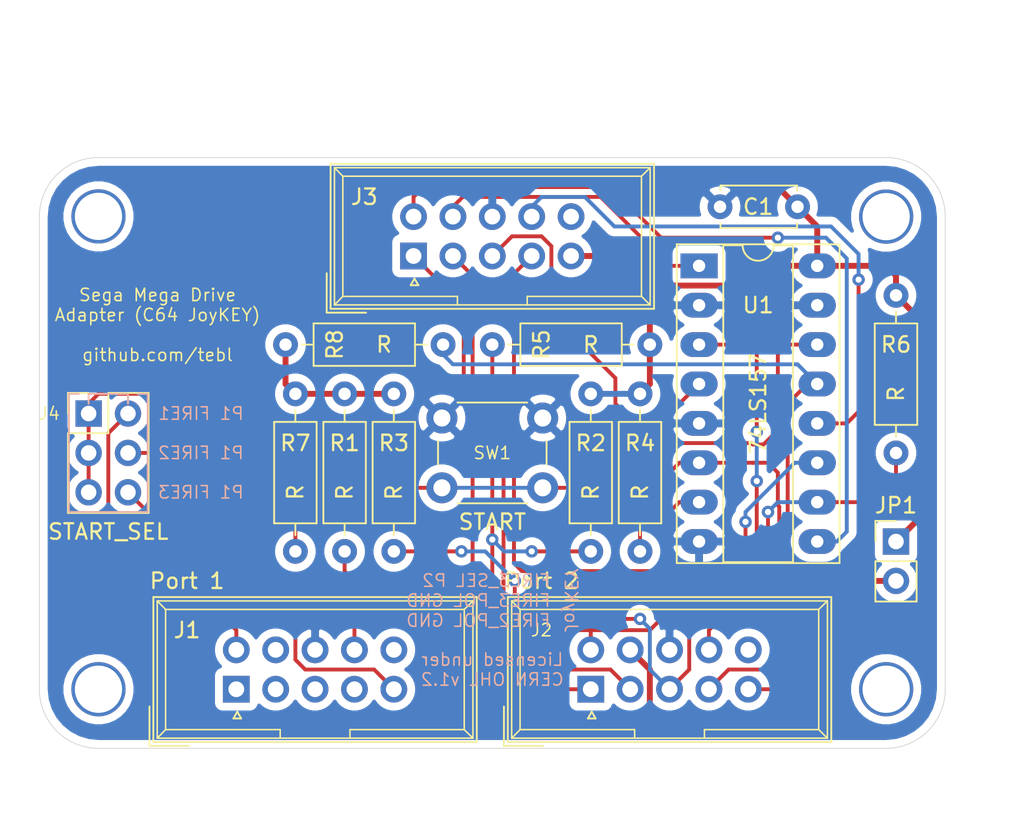
<source format=kicad_pcb>
(kicad_pcb (version 20171130) (host pcbnew "(5.1.8)-1")

  (general
    (thickness 1.6)
    (drawings 23)
    (tracks 224)
    (zones 0)
    (modules 20)
    (nets 20)
  )

  (page A4)
  (layers
    (0 F.Cu signal)
    (31 B.Cu signal)
    (32 B.Adhes user)
    (33 F.Adhes user)
    (34 B.Paste user)
    (35 F.Paste user)
    (36 B.SilkS user)
    (37 F.SilkS user)
    (38 B.Mask user)
    (39 F.Mask user)
    (40 Dwgs.User user)
    (41 Cmts.User user)
    (42 Eco1.User user)
    (43 Eco2.User user)
    (44 Edge.Cuts user)
    (45 Margin user)
    (46 B.CrtYd user)
    (47 F.CrtYd user)
    (48 B.Fab user)
    (49 F.Fab user)
  )

  (setup
    (last_trace_width 0.25)
    (trace_clearance 0.2)
    (zone_clearance 0.508)
    (zone_45_only no)
    (trace_min 0.2)
    (via_size 0.8)
    (via_drill 0.4)
    (via_min_size 0.4)
    (via_min_drill 0.3)
    (uvia_size 0.3)
    (uvia_drill 0.1)
    (uvias_allowed no)
    (uvia_min_size 0.2)
    (uvia_min_drill 0.1)
    (edge_width 0.05)
    (segment_width 0.2)
    (pcb_text_width 0.3)
    (pcb_text_size 1.5 1.5)
    (mod_edge_width 0.12)
    (mod_text_size 1 1)
    (mod_text_width 0.15)
    (pad_size 1.524 1.524)
    (pad_drill 0.762)
    (pad_to_mask_clearance 0)
    (aux_axis_origin 0 0)
    (visible_elements 7FFFFFFF)
    (pcbplotparams
      (layerselection 0x011fc_ffffffff)
      (usegerberextensions true)
      (usegerberattributes false)
      (usegerberadvancedattributes false)
      (creategerberjobfile false)
      (excludeedgelayer true)
      (linewidth 0.100000)
      (plotframeref false)
      (viasonmask false)
      (mode 1)
      (useauxorigin false)
      (hpglpennumber 1)
      (hpglpenspeed 20)
      (hpglpendiameter 15.000000)
      (psnegative false)
      (psa4output false)
      (plotreference true)
      (plotvalue true)
      (plotinvisibletext false)
      (padsonsilk false)
      (subtractmaskfromsilk false)
      (outputformat 1)
      (mirror false)
      (drillshape 0)
      (scaleselection 1)
      (outputdirectory "export/"))
  )

  (net 0 "")
  (net 1 GND)
  (net 2 VCC)
  (net 3 "Net-(J1-Pad5)")
  (net 4 "Net-(J1-Pad6)")
  (net 5 "Net-(J1-Pad9)")
  (net 6 /JK_FIRE2)
  (net 7 /JK_FIRE1)
  (net 8 /JK_FIRE3)
  (net 9 /JK_RIGHT)
  (net 10 /JK_LEFT)
  (net 11 /JK_DOWN)
  (net 12 /JK_UP)
  (net 13 /MD_C_START)
  (net 14 /MD_SEL)
  (net 15 /MD_B_A)
  (net 16 /MD_RIGHT)
  (net 17 /MD_LEFT)
  (net 18 /JK_START)
  (net 19 "Net-(J2-Pad7)")

  (net_class Default "This is the default net class."
    (clearance 0.2)
    (trace_width 0.25)
    (via_dia 0.8)
    (via_drill 0.4)
    (uvia_dia 0.3)
    (uvia_drill 0.1)
    (add_net /JK_DOWN)
    (add_net /JK_FIRE1)
    (add_net /JK_FIRE2)
    (add_net /JK_FIRE3)
    (add_net /JK_LEFT)
    (add_net /JK_RIGHT)
    (add_net /JK_START)
    (add_net /JK_UP)
    (add_net /MD_B_A)
    (add_net /MD_C_START)
    (add_net /MD_LEFT)
    (add_net /MD_RIGHT)
    (add_net /MD_SEL)
    (add_net GND)
    (add_net "Net-(J1-Pad5)")
    (add_net "Net-(J1-Pad6)")
    (add_net "Net-(J1-Pad9)")
  )

  (net_class PWR ""
    (clearance 0.2)
    (trace_width 0.381)
    (via_dia 0.8)
    (via_drill 0.4)
    (uvia_dia 0.3)
    (uvia_drill 0.1)
    (add_net "Net-(J2-Pad7)")
    (add_net VCC)
  )

  (module Connector_PinHeader_2.54mm:PinHeader_2x03_P2.54mm_Vertical (layer F.Cu) (tedit 59FED5CC) (tstamp 60388377)
    (at 118.11 90.17)
    (descr "Through hole straight pin header, 2x03, 2.54mm pitch, double rows")
    (tags "Through hole pin header THT 2x03 2.54mm double row")
    (path /603D7981)
    (fp_text reference J4 (at -2.54 0) (layer F.SilkS)
      (effects (font (size 0.8 0.8) (thickness 0.1)))
    )
    (fp_text value START_SEL (at 1.27 7.62) (layer F.SilkS)
      (effects (font (size 1 1) (thickness 0.15)))
    )
    (fp_line (start 0 -1.27) (end 3.81 -1.27) (layer F.Fab) (width 0.1))
    (fp_line (start 3.81 -1.27) (end 3.81 6.35) (layer F.Fab) (width 0.1))
    (fp_line (start 3.81 6.35) (end -1.27 6.35) (layer F.Fab) (width 0.1))
    (fp_line (start -1.27 6.35) (end -1.27 0) (layer F.Fab) (width 0.1))
    (fp_line (start -1.27 0) (end 0 -1.27) (layer F.Fab) (width 0.1))
    (fp_line (start -1.33 6.41) (end 3.87 6.41) (layer F.SilkS) (width 0.12))
    (fp_line (start -1.33 1.27) (end -1.33 6.41) (layer F.SilkS) (width 0.12))
    (fp_line (start 3.87 -1.33) (end 3.87 6.41) (layer F.SilkS) (width 0.12))
    (fp_line (start -1.33 1.27) (end 1.27 1.27) (layer F.SilkS) (width 0.12))
    (fp_line (start 1.27 1.27) (end 1.27 -1.33) (layer F.SilkS) (width 0.12))
    (fp_line (start 1.27 -1.33) (end 3.87 -1.33) (layer F.SilkS) (width 0.12))
    (fp_line (start -1.33 0) (end -1.33 -1.33) (layer F.SilkS) (width 0.12))
    (fp_line (start -1.33 -1.33) (end 0 -1.33) (layer F.SilkS) (width 0.12))
    (fp_line (start -1.8 -1.8) (end -1.8 6.85) (layer F.CrtYd) (width 0.05))
    (fp_line (start -1.8 6.85) (end 4.35 6.85) (layer F.CrtYd) (width 0.05))
    (fp_line (start 4.35 6.85) (end 4.35 -1.8) (layer F.CrtYd) (width 0.05))
    (fp_line (start 4.35 -1.8) (end -1.8 -1.8) (layer F.CrtYd) (width 0.05))
    (fp_text user %R (at 1.27 2.54 90) (layer F.Fab)
      (effects (font (size 1 1) (thickness 0.15)))
    )
    (pad 1 thru_hole rect (at 0 0) (size 1.7 1.7) (drill 1) (layers *.Cu *.Mask)
      (net 18 /JK_START))
    (pad 2 thru_hole oval (at 2.54 0) (size 1.7 1.7) (drill 1) (layers *.Cu *.Mask)
      (net 4 "Net-(J1-Pad6)"))
    (pad 3 thru_hole oval (at 0 2.54) (size 1.7 1.7) (drill 1) (layers *.Cu *.Mask)
      (net 18 /JK_START))
    (pad 4 thru_hole oval (at 2.54 2.54) (size 1.7 1.7) (drill 1) (layers *.Cu *.Mask)
      (net 5 "Net-(J1-Pad9)"))
    (pad 5 thru_hole oval (at 0 5.08) (size 1.7 1.7) (drill 1) (layers *.Cu *.Mask)
      (net 18 /JK_START))
    (pad 6 thru_hole oval (at 2.54 5.08) (size 1.7 1.7) (drill 1) (layers *.Cu *.Mask)
      (net 3 "Net-(J1-Pad5)"))
    (model ${KISYS3DMOD}/Connector_PinHeader_2.54mm.3dshapes/PinHeader_2x03_P2.54mm_Vertical.wrl
      (at (xyz 0 0 0))
      (scale (xyz 1 1 1))
      (rotate (xyz 0 0 0))
    )
  )

  (module "C64 IDC:IDC_Joystick" (layer F.Cu) (tedit 5FD29ED6) (tstamp 60386B9E)
    (at 139.065 80.01 90)
    (descr "Through hole straight IDC box header, 2x05, 2.54mm pitch, double rows")
    (tags "Through hole IDC box header THT 2x05 2.54mm double row")
    (path /60415751)
    (fp_text reference J3 (at 3.81 -3.175 180) (layer F.SilkS)
      (effects (font (size 1 1) (thickness 0.15)))
    )
    (fp_text value "Sega Mega Drive" (at 7.62 5.08 180) (layer F.Fab)
      (effects (font (size 1 1) (thickness 0.15)))
    )
    (fp_line (start -1.885438 0.3135) (end -1.885438 -0.1865) (layer F.SilkS) (width 0.12))
    (fp_line (start -1.885438 -0.1865) (end -1.452425 0.0635) (layer F.SilkS) (width 0.12))
    (fp_line (start -1.452425 0.0635) (end -1.885438 0.3135) (layer F.SilkS) (width 0.12))
    (fp_line (start -3.655 -5.6) (end -1.115 -5.6) (layer F.SilkS) (width 0.12))
    (fp_line (start -3.655 -5.6) (end -3.655 -3.06) (layer F.SilkS) (width 0.12))
    (fp_line (start -3.405 -5.35) (end 5.945 -5.35) (layer F.SilkS) (width 0.12))
    (fp_line (start -3.405 15.51) (end -3.405 -5.35) (layer F.SilkS) (width 0.12))
    (fp_line (start 5.945 15.51) (end -3.405 15.51) (layer F.SilkS) (width 0.12))
    (fp_line (start 5.945 -5.35) (end 5.945 15.51) (layer F.SilkS) (width 0.12))
    (fp_line (start -3.41 -5.35) (end 5.95 -5.35) (layer F.CrtYd) (width 0.05))
    (fp_line (start -3.41 15.51) (end -3.41 -5.35) (layer F.CrtYd) (width 0.05))
    (fp_line (start 5.95 15.51) (end -3.41 15.51) (layer F.CrtYd) (width 0.05))
    (fp_line (start 5.95 -5.35) (end 5.95 15.51) (layer F.CrtYd) (width 0.05))
    (fp_line (start -3.155 15.26) (end -2.605 14.7) (layer F.SilkS) (width 0.1))
    (fp_line (start -3.155 -5.1) (end -2.605 -4.56) (layer F.SilkS) (width 0.1))
    (fp_line (start 5.695 15.26) (end 5.145 14.7) (layer F.SilkS) (width 0.1))
    (fp_line (start 5.695 -5.1) (end 5.145 -4.56) (layer F.SilkS) (width 0.1))
    (fp_line (start 5.145 14.7) (end -2.605 14.7) (layer F.SilkS) (width 0.1))
    (fp_line (start 5.695 15.26) (end -3.155 15.26) (layer F.SilkS) (width 0.1))
    (fp_line (start 5.145 -4.56) (end -2.605 -4.56) (layer F.SilkS) (width 0.1))
    (fp_line (start 5.695 -5.1) (end -3.155 -5.1) (layer F.SilkS) (width 0.1))
    (fp_line (start -2.605 7.33) (end -3.155 7.33) (layer F.SilkS) (width 0.1))
    (fp_line (start -2.605 2.83) (end -3.155 2.83) (layer F.SilkS) (width 0.1))
    (fp_line (start -2.605 7.33) (end -2.605 14.7) (layer F.SilkS) (width 0.1))
    (fp_line (start -2.605 -4.56) (end -2.605 2.83) (layer F.SilkS) (width 0.1))
    (fp_line (start -3.155 -5.1) (end -3.155 15.26) (layer F.SilkS) (width 0.1))
    (fp_line (start 5.145 -4.56) (end 5.145 14.7) (layer F.SilkS) (width 0.1))
    (fp_line (start 5.695 -5.1) (end 5.695 15.26) (layer F.SilkS) (width 0.1))
    (fp_text user %R (at 1.27 5.08 90) (layer F.Fab)
      (effects (font (size 1 1) (thickness 0.15)))
    )
    (pad 10 thru_hole oval (at 2.54 10.16 90) (size 1.7272 1.7272) (drill 1.016) (layers *.Cu *.Mask))
    (pad 9 thru_hole oval (at 2.54 7.62 90) (size 1.7272 1.7272) (drill 1.016) (layers *.Cu *.Mask)
      (net 13 /MD_C_START))
    (pad 8 thru_hole oval (at 2.54 5.08 90) (size 1.7272 1.7272) (drill 1.016) (layers *.Cu *.Mask)
      (net 1 GND))
    (pad 7 thru_hole oval (at 2.54 2.54 90) (size 1.7272 1.7272) (drill 1.016) (layers *.Cu *.Mask)
      (net 14 /MD_SEL))
    (pad 6 thru_hole oval (at 2.54 0 90) (size 1.7272 1.7272) (drill 1.016) (layers *.Cu *.Mask)
      (net 15 /MD_B_A))
    (pad 5 thru_hole oval (at 0 10.16 90) (size 1.7272 1.7272) (drill 1.016) (layers *.Cu *.Mask)
      (net 2 VCC))
    (pad 4 thru_hole oval (at 0 7.62 90) (size 1.7272 1.7272) (drill 1.016) (layers *.Cu *.Mask)
      (net 16 /MD_RIGHT))
    (pad 3 thru_hole oval (at 0 5.08 90) (size 1.7272 1.7272) (drill 1.016) (layers *.Cu *.Mask)
      (net 17 /MD_LEFT))
    (pad 2 thru_hole oval (at 0 2.54 90) (size 1.7272 1.7272) (drill 1.016) (layers *.Cu *.Mask)
      (net 11 /JK_DOWN))
    (pad 1 thru_hole rect (at 0 0 90) (size 1.7272 1.7272) (drill 1.016) (layers *.Cu *.Mask)
      (net 12 /JK_UP))
    (model ${KISYS3DMOD}/Connector_IDC.3dshapes/IDC-Header_2x05_P2.54mm_Vertical.wrl
      (at (xyz 0 0 0))
      (scale (xyz 1 1 1))
      (rotate (xyz 0 0 0))
    )
  )

  (module "C64 IDC:IDC_Joystick" (layer F.Cu) (tedit 5FD29ED6) (tstamp 5FD2915C)
    (at 150.495 107.95 90)
    (descr "Through hole straight IDC box header, 2x05, 2.54mm pitch, double rows")
    (tags "Through hole IDC box header THT 2x05 2.54mm double row")
    (path /5FD1F19D)
    (fp_text reference J2 (at 3.81 -3.175 180) (layer F.SilkS)
      (effects (font (size 0.8 0.8) (thickness 0.1)))
    )
    (fp_text value "Port 2" (at 6.985 -3.175 180) (layer F.SilkS)
      (effects (font (size 1 1) (thickness 0.15)))
    )
    (fp_line (start 5.695 -5.1) (end 5.695 15.26) (layer F.SilkS) (width 0.1))
    (fp_line (start 5.145 -4.56) (end 5.145 14.7) (layer F.SilkS) (width 0.1))
    (fp_line (start -3.155 -5.1) (end -3.155 15.26) (layer F.SilkS) (width 0.1))
    (fp_line (start -2.605 -4.56) (end -2.605 2.83) (layer F.SilkS) (width 0.1))
    (fp_line (start -2.605 7.33) (end -2.605 14.7) (layer F.SilkS) (width 0.1))
    (fp_line (start -2.605 2.83) (end -3.155 2.83) (layer F.SilkS) (width 0.1))
    (fp_line (start -2.605 7.33) (end -3.155 7.33) (layer F.SilkS) (width 0.1))
    (fp_line (start 5.695 -5.1) (end -3.155 -5.1) (layer F.SilkS) (width 0.1))
    (fp_line (start 5.145 -4.56) (end -2.605 -4.56) (layer F.SilkS) (width 0.1))
    (fp_line (start 5.695 15.26) (end -3.155 15.26) (layer F.SilkS) (width 0.1))
    (fp_line (start 5.145 14.7) (end -2.605 14.7) (layer F.SilkS) (width 0.1))
    (fp_line (start 5.695 -5.1) (end 5.145 -4.56) (layer F.SilkS) (width 0.1))
    (fp_line (start 5.695 15.26) (end 5.145 14.7) (layer F.SilkS) (width 0.1))
    (fp_line (start -3.155 -5.1) (end -2.605 -4.56) (layer F.SilkS) (width 0.1))
    (fp_line (start -3.155 15.26) (end -2.605 14.7) (layer F.SilkS) (width 0.1))
    (fp_line (start 5.95 -5.35) (end 5.95 15.51) (layer F.CrtYd) (width 0.05))
    (fp_line (start 5.95 15.51) (end -3.41 15.51) (layer F.CrtYd) (width 0.05))
    (fp_line (start -3.41 15.51) (end -3.41 -5.35) (layer F.CrtYd) (width 0.05))
    (fp_line (start -3.41 -5.35) (end 5.95 -5.35) (layer F.CrtYd) (width 0.05))
    (fp_line (start 5.945 -5.35) (end 5.945 15.51) (layer F.SilkS) (width 0.12))
    (fp_line (start 5.945 15.51) (end -3.405 15.51) (layer F.SilkS) (width 0.12))
    (fp_line (start -3.405 15.51) (end -3.405 -5.35) (layer F.SilkS) (width 0.12))
    (fp_line (start -3.405 -5.35) (end 5.945 -5.35) (layer F.SilkS) (width 0.12))
    (fp_line (start -3.655 -5.6) (end -3.655 -3.06) (layer F.SilkS) (width 0.12))
    (fp_line (start -3.655 -5.6) (end -1.115 -5.6) (layer F.SilkS) (width 0.12))
    (fp_line (start -1.452425 0.0635) (end -1.885438 0.3135) (layer F.SilkS) (width 0.12))
    (fp_line (start -1.885438 -0.1865) (end -1.452425 0.0635) (layer F.SilkS) (width 0.12))
    (fp_line (start -1.885438 0.3135) (end -1.885438 -0.1865) (layer F.SilkS) (width 0.12))
    (fp_text user %R (at 1.27 5.08 90) (layer F.Fab)
      (effects (font (size 1 1) (thickness 0.15)))
    )
    (pad 10 thru_hole oval (at 2.54 10.16 90) (size 1.7272 1.7272) (drill 1.016) (layers *.Cu *.Mask))
    (pad 9 thru_hole oval (at 2.54 7.62 90) (size 1.7272 1.7272) (drill 1.016) (layers *.Cu *.Mask)
      (net 6 /JK_FIRE2))
    (pad 8 thru_hole oval (at 2.54 5.08 90) (size 1.7272 1.7272) (drill 1.016) (layers *.Cu *.Mask)
      (net 1 GND))
    (pad 7 thru_hole oval (at 2.54 2.54 90) (size 1.7272 1.7272) (drill 1.016) (layers *.Cu *.Mask)
      (net 19 "Net-(J2-Pad7)"))
    (pad 6 thru_hole oval (at 2.54 0 90) (size 1.7272 1.7272) (drill 1.016) (layers *.Cu *.Mask)
      (net 7 /JK_FIRE1))
    (pad 5 thru_hole oval (at 0 10.16 90) (size 1.7272 1.7272) (drill 1.016) (layers *.Cu *.Mask)
      (net 8 /JK_FIRE3))
    (pad 4 thru_hole oval (at 0 7.62 90) (size 1.7272 1.7272) (drill 1.016) (layers *.Cu *.Mask)
      (net 9 /JK_RIGHT))
    (pad 3 thru_hole oval (at 0 5.08 90) (size 1.7272 1.7272) (drill 1.016) (layers *.Cu *.Mask)
      (net 10 /JK_LEFT))
    (pad 2 thru_hole oval (at 0 2.54 90) (size 1.7272 1.7272) (drill 1.016) (layers *.Cu *.Mask)
      (net 11 /JK_DOWN))
    (pad 1 thru_hole rect (at 0 0 90) (size 1.7272 1.7272) (drill 1.016) (layers *.Cu *.Mask)
      (net 12 /JK_UP))
    (model ${KISYS3DMOD}/Connector_IDC.3dshapes/IDC-Header_2x05_P2.54mm_Vertical.wrl
      (at (xyz 0 0 0))
      (scale (xyz 1 1 1))
      (rotate (xyz 0 0 0))
    )
  )

  (module Capacitor_THT:C_Disc_D4.7mm_W2.5mm_P5.00mm (layer F.Cu) (tedit 5AE50EF0) (tstamp 603972B4)
    (at 163.83 76.835 180)
    (descr "C, Disc series, Radial, pin pitch=5.00mm, , diameter*width=4.7*2.5mm^2, Capacitor, http://www.vishay.com/docs/45233/krseries.pdf")
    (tags "C Disc series Radial pin pitch 5.00mm  diameter 4.7mm width 2.5mm Capacitor")
    (path /6049A7C8)
    (fp_text reference C1 (at 2.54 0) (layer F.SilkS)
      (effects (font (size 1 1) (thickness 0.15)))
    )
    (fp_text value 100nF (at 2.5 2.5) (layer F.Fab)
      (effects (font (size 1 1) (thickness 0.15)))
    )
    (fp_line (start 0.15 -1.25) (end 0.15 1.25) (layer F.Fab) (width 0.1))
    (fp_line (start 0.15 1.25) (end 4.85 1.25) (layer F.Fab) (width 0.1))
    (fp_line (start 4.85 1.25) (end 4.85 -1.25) (layer F.Fab) (width 0.1))
    (fp_line (start 4.85 -1.25) (end 0.15 -1.25) (layer F.Fab) (width 0.1))
    (fp_line (start 0.03 -1.37) (end 4.97 -1.37) (layer F.SilkS) (width 0.12))
    (fp_line (start 0.03 1.37) (end 4.97 1.37) (layer F.SilkS) (width 0.12))
    (fp_line (start 0.03 -1.37) (end 0.03 -1.055) (layer F.SilkS) (width 0.12))
    (fp_line (start 0.03 1.055) (end 0.03 1.37) (layer F.SilkS) (width 0.12))
    (fp_line (start 4.97 -1.37) (end 4.97 -1.055) (layer F.SilkS) (width 0.12))
    (fp_line (start 4.97 1.055) (end 4.97 1.37) (layer F.SilkS) (width 0.12))
    (fp_line (start -1.05 -1.5) (end -1.05 1.5) (layer F.CrtYd) (width 0.05))
    (fp_line (start -1.05 1.5) (end 6.05 1.5) (layer F.CrtYd) (width 0.05))
    (fp_line (start 6.05 1.5) (end 6.05 -1.5) (layer F.CrtYd) (width 0.05))
    (fp_line (start 6.05 -1.5) (end -1.05 -1.5) (layer F.CrtYd) (width 0.05))
    (fp_text user %R (at 2.5 0) (layer F.Fab)
      (effects (font (size 0.94 0.94) (thickness 0.141)))
    )
    (pad 1 thru_hole circle (at 0 0 180) (size 1.6 1.6) (drill 0.8) (layers *.Cu *.Mask)
      (net 2 VCC))
    (pad 2 thru_hole circle (at 5 0 180) (size 1.6 1.6) (drill 0.8) (layers *.Cu *.Mask)
      (net 1 GND))
    (model ${KISYS3DMOD}/Capacitor_THT.3dshapes/C_Disc_D4.7mm_W2.5mm_P5.00mm.wrl
      (at (xyz 0 0 0))
      (scale (xyz 1 1 1))
      (rotate (xyz 0 0 0))
    )
  )

  (module "C64 IDC:IDC_Joystick" (layer F.Cu) (tedit 5FD29ED6) (tstamp 60386B73)
    (at 127.635 107.95 90)
    (descr "Through hole straight IDC box header, 2x05, 2.54mm pitch, double rows")
    (tags "Through hole IDC box header THT 2x05 2.54mm double row")
    (path /60386EDE)
    (fp_text reference J1 (at 3.81 -3.175 180) (layer F.SilkS)
      (effects (font (size 1 1) (thickness 0.15)))
    )
    (fp_text value "Port 1" (at 6.985 -3.175 180) (layer F.SilkS)
      (effects (font (size 1 1) (thickness 0.15)))
    )
    (fp_line (start 5.695 -5.1) (end 5.695 15.26) (layer F.SilkS) (width 0.1))
    (fp_line (start 5.145 -4.56) (end 5.145 14.7) (layer F.SilkS) (width 0.1))
    (fp_line (start -3.155 -5.1) (end -3.155 15.26) (layer F.SilkS) (width 0.1))
    (fp_line (start -2.605 -4.56) (end -2.605 2.83) (layer F.SilkS) (width 0.1))
    (fp_line (start -2.605 7.33) (end -2.605 14.7) (layer F.SilkS) (width 0.1))
    (fp_line (start -2.605 2.83) (end -3.155 2.83) (layer F.SilkS) (width 0.1))
    (fp_line (start -2.605 7.33) (end -3.155 7.33) (layer F.SilkS) (width 0.1))
    (fp_line (start 5.695 -5.1) (end -3.155 -5.1) (layer F.SilkS) (width 0.1))
    (fp_line (start 5.145 -4.56) (end -2.605 -4.56) (layer F.SilkS) (width 0.1))
    (fp_line (start 5.695 15.26) (end -3.155 15.26) (layer F.SilkS) (width 0.1))
    (fp_line (start 5.145 14.7) (end -2.605 14.7) (layer F.SilkS) (width 0.1))
    (fp_line (start 5.695 -5.1) (end 5.145 -4.56) (layer F.SilkS) (width 0.1))
    (fp_line (start 5.695 15.26) (end 5.145 14.7) (layer F.SilkS) (width 0.1))
    (fp_line (start -3.155 -5.1) (end -2.605 -4.56) (layer F.SilkS) (width 0.1))
    (fp_line (start -3.155 15.26) (end -2.605 14.7) (layer F.SilkS) (width 0.1))
    (fp_line (start 5.95 -5.35) (end 5.95 15.51) (layer F.CrtYd) (width 0.05))
    (fp_line (start 5.95 15.51) (end -3.41 15.51) (layer F.CrtYd) (width 0.05))
    (fp_line (start -3.41 15.51) (end -3.41 -5.35) (layer F.CrtYd) (width 0.05))
    (fp_line (start -3.41 -5.35) (end 5.95 -5.35) (layer F.CrtYd) (width 0.05))
    (fp_line (start 5.945 -5.35) (end 5.945 15.51) (layer F.SilkS) (width 0.12))
    (fp_line (start 5.945 15.51) (end -3.405 15.51) (layer F.SilkS) (width 0.12))
    (fp_line (start -3.405 15.51) (end -3.405 -5.35) (layer F.SilkS) (width 0.12))
    (fp_line (start -3.405 -5.35) (end 5.945 -5.35) (layer F.SilkS) (width 0.12))
    (fp_line (start -3.655 -5.6) (end -3.655 -3.06) (layer F.SilkS) (width 0.12))
    (fp_line (start -3.655 -5.6) (end -1.115 -5.6) (layer F.SilkS) (width 0.12))
    (fp_line (start -1.452425 0.0635) (end -1.885438 0.3135) (layer F.SilkS) (width 0.12))
    (fp_line (start -1.885438 -0.1865) (end -1.452425 0.0635) (layer F.SilkS) (width 0.12))
    (fp_line (start -1.885438 0.3135) (end -1.885438 -0.1865) (layer F.SilkS) (width 0.12))
    (fp_text user %R (at 1.27 5.08 90) (layer F.Fab)
      (effects (font (size 1 1) (thickness 0.15)))
    )
    (pad 1 thru_hole rect (at 0 0 90) (size 1.7272 1.7272) (drill 1.016) (layers *.Cu *.Mask))
    (pad 2 thru_hole oval (at 0 2.54 90) (size 1.7272 1.7272) (drill 1.016) (layers *.Cu *.Mask))
    (pad 3 thru_hole oval (at 0 5.08 90) (size 1.7272 1.7272) (drill 1.016) (layers *.Cu *.Mask))
    (pad 4 thru_hole oval (at 0 7.62 90) (size 1.7272 1.7272) (drill 1.016) (layers *.Cu *.Mask))
    (pad 5 thru_hole oval (at 0 10.16 90) (size 1.7272 1.7272) (drill 1.016) (layers *.Cu *.Mask)
      (net 3 "Net-(J1-Pad5)"))
    (pad 6 thru_hole oval (at 2.54 0 90) (size 1.7272 1.7272) (drill 1.016) (layers *.Cu *.Mask)
      (net 4 "Net-(J1-Pad6)"))
    (pad 7 thru_hole oval (at 2.54 2.54 90) (size 1.7272 1.7272) (drill 1.016) (layers *.Cu *.Mask))
    (pad 8 thru_hole oval (at 2.54 5.08 90) (size 1.7272 1.7272) (drill 1.016) (layers *.Cu *.Mask)
      (net 1 GND))
    (pad 9 thru_hole oval (at 2.54 7.62 90) (size 1.7272 1.7272) (drill 1.016) (layers *.Cu *.Mask)
      (net 5 "Net-(J1-Pad9)"))
    (pad 10 thru_hole oval (at 2.54 10.16 90) (size 1.7272 1.7272) (drill 1.016) (layers *.Cu *.Mask))
    (model ${KISYS3DMOD}/Connector_IDC.3dshapes/IDC-Header_2x05_P2.54mm_Vertical.wrl
      (at (xyz 0 0 0))
      (scale (xyz 1 1 1))
      (rotate (xyz 0 0 0))
    )
  )

  (module switch_cutout:SW_PUSH_6mm (layer F.Cu) (tedit 601DD404) (tstamp 60386BD9)
    (at 144.145 92.71)
    (descr https://www.omron.com/ecb/products/pdf/en-b3f.pdf)
    (tags "tact sw push 6mm")
    (path /603D5BF9)
    (fp_text reference SW1 (at 0 -4.79) (layer F.SilkS) hide
      (effects (font (size 0.8 0.8) (thickness 0.1)))
    )
    (fp_text value START (at 0 4.45) (layer F.SilkS)
      (effects (font (size 1 1) (thickness 0.15)))
    )
    (fp_circle (center 0 0) (end -2 0.25) (layer F.Fab) (width 0.1))
    (fp_line (start 3.5 0.75) (end 3.5 -0.75) (layer F.SilkS) (width 0.12))
    (fp_line (start 2.25 -3.25) (end -2.25 -3.25) (layer F.SilkS) (width 0.12))
    (fp_line (start -3.5 -0.75) (end -3.5 0.75) (layer F.SilkS) (width 0.12))
    (fp_line (start -2.25 3.25) (end 2.25 3.25) (layer F.SilkS) (width 0.12))
    (fp_line (start 4.75 -3.5) (end 4.75 3.5) (layer F.CrtYd) (width 0.05))
    (fp_line (start 4.5 3.75) (end -4.5 3.75) (layer F.CrtYd) (width 0.05))
    (fp_line (start -4.75 3.5) (end -4.75 -3.5) (layer F.CrtYd) (width 0.05))
    (fp_line (start -4.5 -3.75) (end 4.5 -3.75) (layer F.CrtYd) (width 0.05))
    (fp_line (start -4.75 3.75) (end -4.5 3.75) (layer F.CrtYd) (width 0.05))
    (fp_line (start -4.75 3.5) (end -4.75 3.75) (layer F.CrtYd) (width 0.05))
    (fp_line (start -4.75 -3.75) (end -4.5 -3.75) (layer F.CrtYd) (width 0.05))
    (fp_line (start -4.75 -3.5) (end -4.75 -3.75) (layer F.CrtYd) (width 0.05))
    (fp_line (start 4.75 -3.75) (end 4.75 -3.5) (layer F.CrtYd) (width 0.05))
    (fp_line (start 4.5 -3.75) (end 4.75 -3.75) (layer F.CrtYd) (width 0.05))
    (fp_line (start 4.75 3.75) (end 4.75 3.5) (layer F.CrtYd) (width 0.05))
    (fp_line (start 4.5 3.75) (end 4.75 3.75) (layer F.CrtYd) (width 0.05))
    (fp_line (start -3 -3) (end 0 -3) (layer F.Fab) (width 0.1))
    (fp_line (start -3 3) (end -3 -3) (layer F.Fab) (width 0.1))
    (fp_line (start 3 3) (end -3 3) (layer F.Fab) (width 0.1))
    (fp_line (start 3 -3) (end 3 3) (layer F.Fab) (width 0.1))
    (fp_line (start 0 -3) (end 3 -3) (layer F.Fab) (width 0.1))
    (fp_text user %R (at 0 0) (layer F.SilkS)
      (effects (font (size 0.8 0.8) (thickness 0.1)))
    )
    (pad 2 thru_hole circle (at -3.25 2.25 90) (size 2 2) (drill 1.1) (layers *.Cu *.Mask)
      (net 18 /JK_START))
    (pad 1 thru_hole circle (at -3.25 -2.25 90) (size 2 2) (drill 1.1) (layers *.Cu *.Mask)
      (net 1 GND))
    (pad 2 thru_hole circle (at 3.25 2.25 90) (size 2 2) (drill 1.1) (layers *.Cu *.Mask)
      (net 18 /JK_START))
    (pad 1 thru_hole circle (at 3.25 -2.25 90) (size 2 2) (drill 1.1) (layers *.Cu *.Mask)
      (net 1 GND))
    (model ${KISYS3DMOD}/Button_Switch_THT.3dshapes/SW_PUSH_6mm_H13mm.wrl
      (offset (xyz -3 2.5 0))
      (scale (xyz 1 1 1))
      (rotate (xyz 0 0 0))
    )
  )

  (module Package_DIP:DIP-16_W7.62mm_Socket_LongPads (layer F.Cu) (tedit 5A02E8C5) (tstamp 60386C05)
    (at 157.48 80.645)
    (descr "16-lead though-hole mounted DIP package, row spacing 7.62 mm (300 mils), Socket, LongPads")
    (tags "THT DIP DIL PDIP 2.54mm 7.62mm 300mil Socket LongPads")
    (path /6039D8B8)
    (fp_text reference U1 (at 3.81 2.54) (layer F.SilkS)
      (effects (font (size 1 1) (thickness 0.15)))
    )
    (fp_text value 74LS157 (at 3.81 8.89 90) (layer F.SilkS)
      (effects (font (size 1 1) (thickness 0.15)))
    )
    (fp_line (start 1.635 -1.27) (end 6.985 -1.27) (layer F.Fab) (width 0.1))
    (fp_line (start 6.985 -1.27) (end 6.985 19.05) (layer F.Fab) (width 0.1))
    (fp_line (start 6.985 19.05) (end 0.635 19.05) (layer F.Fab) (width 0.1))
    (fp_line (start 0.635 19.05) (end 0.635 -0.27) (layer F.Fab) (width 0.1))
    (fp_line (start 0.635 -0.27) (end 1.635 -1.27) (layer F.Fab) (width 0.1))
    (fp_line (start -1.27 -1.33) (end -1.27 19.11) (layer F.Fab) (width 0.1))
    (fp_line (start -1.27 19.11) (end 8.89 19.11) (layer F.Fab) (width 0.1))
    (fp_line (start 8.89 19.11) (end 8.89 -1.33) (layer F.Fab) (width 0.1))
    (fp_line (start 8.89 -1.33) (end -1.27 -1.33) (layer F.Fab) (width 0.1))
    (fp_line (start 2.81 -1.33) (end 1.56 -1.33) (layer F.SilkS) (width 0.12))
    (fp_line (start 1.56 -1.33) (end 1.56 19.11) (layer F.SilkS) (width 0.12))
    (fp_line (start 1.56 19.11) (end 6.06 19.11) (layer F.SilkS) (width 0.12))
    (fp_line (start 6.06 19.11) (end 6.06 -1.33) (layer F.SilkS) (width 0.12))
    (fp_line (start 6.06 -1.33) (end 4.81 -1.33) (layer F.SilkS) (width 0.12))
    (fp_line (start -1.44 -1.39) (end -1.44 19.17) (layer F.SilkS) (width 0.12))
    (fp_line (start -1.44 19.17) (end 9.06 19.17) (layer F.SilkS) (width 0.12))
    (fp_line (start 9.06 19.17) (end 9.06 -1.39) (layer F.SilkS) (width 0.12))
    (fp_line (start 9.06 -1.39) (end -1.44 -1.39) (layer F.SilkS) (width 0.12))
    (fp_line (start -1.55 -1.6) (end -1.55 19.4) (layer F.CrtYd) (width 0.05))
    (fp_line (start -1.55 19.4) (end 9.15 19.4) (layer F.CrtYd) (width 0.05))
    (fp_line (start 9.15 19.4) (end 9.15 -1.6) (layer F.CrtYd) (width 0.05))
    (fp_line (start 9.15 -1.6) (end -1.55 -1.6) (layer F.CrtYd) (width 0.05))
    (fp_arc (start 3.81 -1.33) (end 2.81 -1.33) (angle -180) (layer F.SilkS) (width 0.12))
    (fp_text user %R (at 3.81 2.54) (layer F.Fab)
      (effects (font (size 1 1) (thickness 0.15)))
    )
    (pad 1 thru_hole rect (at 0 0) (size 2.4 1.6) (drill 0.8) (layers *.Cu *.Mask)
      (net 14 /MD_SEL))
    (pad 9 thru_hole oval (at 7.62 17.78) (size 2.4 1.6) (drill 0.8) (layers *.Cu *.Mask)
      (net 15 /MD_B_A))
    (pad 2 thru_hole oval (at 0 2.54) (size 2.4 1.6) (drill 0.8) (layers *.Cu *.Mask)
      (net 1 GND))
    (pad 10 thru_hole oval (at 7.62 15.24) (size 2.4 1.6) (drill 0.8) (layers *.Cu *.Mask)
      (net 6 /JK_FIRE2))
    (pad 3 thru_hole oval (at 0 5.08) (size 2.4 1.6) (drill 0.8) (layers *.Cu *.Mask)
      (net 10 /JK_LEFT))
    (pad 11 thru_hole oval (at 7.62 12.7) (size 2.4 1.6) (drill 0.8) (layers *.Cu *.Mask)
      (net 7 /JK_FIRE1))
    (pad 4 thru_hole oval (at 0 7.62) (size 2.4 1.6) (drill 0.8) (layers *.Cu *.Mask)
      (net 17 /MD_LEFT))
    (pad 12 thru_hole oval (at 7.62 10.16) (size 2.4 1.6) (drill 0.8) (layers *.Cu *.Mask)
      (net 13 /MD_C_START))
    (pad 5 thru_hole oval (at 0 10.16) (size 2.4 1.6) (drill 0.8) (layers *.Cu *.Mask)
      (net 1 GND))
    (pad 13 thru_hole oval (at 7.62 7.62) (size 2.4 1.6) (drill 0.8) (layers *.Cu *.Mask)
      (net 8 /JK_FIRE3))
    (pad 6 thru_hole oval (at 0 12.7) (size 2.4 1.6) (drill 0.8) (layers *.Cu *.Mask)
      (net 9 /JK_RIGHT))
    (pad 14 thru_hole oval (at 7.62 5.08) (size 2.4 1.6) (drill 0.8) (layers *.Cu *.Mask)
      (net 18 /JK_START))
    (pad 7 thru_hole oval (at 0 15.24) (size 2.4 1.6) (drill 0.8) (layers *.Cu *.Mask)
      (net 16 /MD_RIGHT))
    (pad 15 thru_hole oval (at 7.62 2.54) (size 2.4 1.6) (drill 0.8) (layers *.Cu *.Mask)
      (net 1 GND))
    (pad 8 thru_hole oval (at 0 17.78) (size 2.4 1.6) (drill 0.8) (layers *.Cu *.Mask)
      (net 1 GND))
    (pad 16 thru_hole oval (at 7.62 0) (size 2.4 1.6) (drill 0.8) (layers *.Cu *.Mask)
      (net 2 VCC))
    (model ${KISYS3DMOD}/Package_DIP.3dshapes/DIP-16_W7.62mm_Socket.wrl
      (at (xyz 0 0 0))
      (scale (xyz 1 1 1))
      (rotate (xyz 0 0 0))
    )
  )

  (module mounting:M3_pin (layer F.Cu) (tedit 5F76331A) (tstamp 60387675)
    (at 118.745 107.95)
    (descr "module 1 pin (ou trou mecanique de percage)")
    (tags DEV)
    (path /604B1C82)
    (fp_text reference M1 (at 0 -3.048) (layer F.Fab) hide
      (effects (font (size 1 1) (thickness 0.15)))
    )
    (fp_text value Mounting (at 0 3) (layer F.Fab) hide
      (effects (font (size 1 1) (thickness 0.15)))
    )
    (fp_circle (center 0 0) (end 2.6 0) (layer F.CrtYd) (width 0.05))
    (fp_circle (center 0 0) (end 2 0.8) (layer F.Fab) (width 0.1))
    (pad 1 thru_hole circle (at 0 0) (size 3.5 3.5) (drill 3.048) (layers *.Cu *.Mask)
      (solder_mask_margin 0.8))
  )

  (module mounting:M3_pin (layer F.Cu) (tedit 5F76331A) (tstamp 6038767C)
    (at 169.545 107.95)
    (descr "module 1 pin (ou trou mecanique de percage)")
    (tags DEV)
    (path /604B204C)
    (fp_text reference M2 (at 0 -3.048) (layer F.Fab) hide
      (effects (font (size 1 1) (thickness 0.15)))
    )
    (fp_text value Mounting (at 0 3) (layer F.Fab) hide
      (effects (font (size 1 1) (thickness 0.15)))
    )
    (fp_circle (center 0 0) (end 2 0.8) (layer F.Fab) (width 0.1))
    (fp_circle (center 0 0) (end 2.6 0) (layer F.CrtYd) (width 0.05))
    (pad 1 thru_hole circle (at 0 0) (size 3.5 3.5) (drill 3.048) (layers *.Cu *.Mask)
      (solder_mask_margin 0.8))
  )

  (module mounting:M3_pin (layer F.Cu) (tedit 5F76331A) (tstamp 60387683)
    (at 169.545 77.47)
    (descr "module 1 pin (ou trou mecanique de percage)")
    (tags DEV)
    (path /604B239C)
    (fp_text reference M3 (at 0 -3.048) (layer F.Fab) hide
      (effects (font (size 1 1) (thickness 0.15)))
    )
    (fp_text value Mounting (at 0 3) (layer F.Fab) hide
      (effects (font (size 1 1) (thickness 0.15)))
    )
    (fp_circle (center 0 0) (end 2.6 0) (layer F.CrtYd) (width 0.05))
    (fp_circle (center 0 0) (end 2 0.8) (layer F.Fab) (width 0.1))
    (pad 1 thru_hole circle (at 0 0) (size 3.5 3.5) (drill 3.048) (layers *.Cu *.Mask)
      (solder_mask_margin 0.8))
  )

  (module mounting:M3_pin (layer F.Cu) (tedit 5F76331A) (tstamp 6038768A)
    (at 118.745 77.455001)
    (descr "module 1 pin (ou trou mecanique de percage)")
    (tags DEV)
    (path /604B26C5)
    (fp_text reference M4 (at 0 -3.048) (layer F.Fab) hide
      (effects (font (size 1 1) (thickness 0.15)))
    )
    (fp_text value Mounting (at 0 3) (layer F.Fab) hide
      (effects (font (size 1 1) (thickness 0.15)))
    )
    (fp_circle (center 0 0) (end 2 0.8) (layer F.Fab) (width 0.1))
    (fp_circle (center 0 0) (end 2.6 0) (layer F.CrtYd) (width 0.05))
    (pad 1 thru_hole circle (at 0 0) (size 3.5 3.5) (drill 3.048) (layers *.Cu *.Mask)
      (solder_mask_margin 0.8))
  )

  (module Connector_PinHeader_2.54mm:PinHeader_1x02_P2.54mm_Vertical (layer F.Cu) (tedit 59FED5CC) (tstamp 6038857F)
    (at 170.18 98.425)
    (descr "Through hole straight pin header, 1x02, 2.54mm pitch, single row")
    (tags "Through hole pin header THT 1x02 2.54mm single row")
    (path /604C213A)
    (fp_text reference JP1 (at 0 -2.33) (layer F.SilkS)
      (effects (font (size 1 1) (thickness 0.15)))
    )
    (fp_text value VCC_EN (at 0 4.87) (layer F.Fab)
      (effects (font (size 1 1) (thickness 0.15)))
    )
    (fp_line (start 1.8 -1.8) (end -1.8 -1.8) (layer F.CrtYd) (width 0.05))
    (fp_line (start 1.8 4.35) (end 1.8 -1.8) (layer F.CrtYd) (width 0.05))
    (fp_line (start -1.8 4.35) (end 1.8 4.35) (layer F.CrtYd) (width 0.05))
    (fp_line (start -1.8 -1.8) (end -1.8 4.35) (layer F.CrtYd) (width 0.05))
    (fp_line (start -1.33 -1.33) (end 0 -1.33) (layer F.SilkS) (width 0.12))
    (fp_line (start -1.33 0) (end -1.33 -1.33) (layer F.SilkS) (width 0.12))
    (fp_line (start -1.33 1.27) (end 1.33 1.27) (layer F.SilkS) (width 0.12))
    (fp_line (start 1.33 1.27) (end 1.33 3.87) (layer F.SilkS) (width 0.12))
    (fp_line (start -1.33 1.27) (end -1.33 3.87) (layer F.SilkS) (width 0.12))
    (fp_line (start -1.33 3.87) (end 1.33 3.87) (layer F.SilkS) (width 0.12))
    (fp_line (start -1.27 -0.635) (end -0.635 -1.27) (layer F.Fab) (width 0.1))
    (fp_line (start -1.27 3.81) (end -1.27 -0.635) (layer F.Fab) (width 0.1))
    (fp_line (start 1.27 3.81) (end -1.27 3.81) (layer F.Fab) (width 0.1))
    (fp_line (start 1.27 -1.27) (end 1.27 3.81) (layer F.Fab) (width 0.1))
    (fp_line (start -0.635 -1.27) (end 1.27 -1.27) (layer F.Fab) (width 0.1))
    (fp_text user %R (at 0 1.27 90) (layer F.Fab)
      (effects (font (size 1 1) (thickness 0.15)))
    )
    (pad 1 thru_hole rect (at 0 0) (size 1.7 1.7) (drill 1) (layers *.Cu *.Mask)
      (net 2 VCC))
    (pad 2 thru_hole oval (at 0 2.54) (size 1.7 1.7) (drill 1) (layers *.Cu *.Mask)
      (net 19 "Net-(J2-Pad7)"))
    (model ${KISYS3DMOD}/Connector_PinHeader_2.54mm.3dshapes/PinHeader_1x02_P2.54mm_Vertical.wrl
      (at (xyz 0 0 0))
      (scale (xyz 1 1 1))
      (rotate (xyz 0 0 0))
    )
  )

  (module Resistor_THT:R_Axial_DIN0207_L6.3mm_D2.5mm_P10.16mm_Horizontal (layer F.Cu) (tedit 5AE5139B) (tstamp 603955AD)
    (at 134.62 88.9 270)
    (descr "Resistor, Axial_DIN0207 series, Axial, Horizontal, pin pitch=10.16mm, 0.25W = 1/4W, length*diameter=6.3*2.5mm^2, http://cdn-reichelt.de/documents/datenblatt/B400/1_4W%23YAG.pdf")
    (tags "Resistor Axial_DIN0207 series Axial Horizontal pin pitch 10.16mm 0.25W = 1/4W length 6.3mm diameter 2.5mm")
    (path /604EB780)
    (fp_text reference R1 (at 3.175 0 180) (layer F.SilkS)
      (effects (font (size 1 1) (thickness 0.15)))
    )
    (fp_text value R (at 6.35 0 90) (layer F.SilkS)
      (effects (font (size 1 1) (thickness 0.15)))
    )
    (fp_line (start 11.21 -1.5) (end -1.05 -1.5) (layer F.CrtYd) (width 0.05))
    (fp_line (start 11.21 1.5) (end 11.21 -1.5) (layer F.CrtYd) (width 0.05))
    (fp_line (start -1.05 1.5) (end 11.21 1.5) (layer F.CrtYd) (width 0.05))
    (fp_line (start -1.05 -1.5) (end -1.05 1.5) (layer F.CrtYd) (width 0.05))
    (fp_line (start 9.12 0) (end 8.35 0) (layer F.SilkS) (width 0.12))
    (fp_line (start 1.04 0) (end 1.81 0) (layer F.SilkS) (width 0.12))
    (fp_line (start 8.35 -1.37) (end 1.81 -1.37) (layer F.SilkS) (width 0.12))
    (fp_line (start 8.35 1.37) (end 8.35 -1.37) (layer F.SilkS) (width 0.12))
    (fp_line (start 1.81 1.37) (end 8.35 1.37) (layer F.SilkS) (width 0.12))
    (fp_line (start 1.81 -1.37) (end 1.81 1.37) (layer F.SilkS) (width 0.12))
    (fp_line (start 10.16 0) (end 8.23 0) (layer F.Fab) (width 0.1))
    (fp_line (start 0 0) (end 1.93 0) (layer F.Fab) (width 0.1))
    (fp_line (start 8.23 -1.25) (end 1.93 -1.25) (layer F.Fab) (width 0.1))
    (fp_line (start 8.23 1.25) (end 8.23 -1.25) (layer F.Fab) (width 0.1))
    (fp_line (start 1.93 1.25) (end 8.23 1.25) (layer F.Fab) (width 0.1))
    (fp_line (start 1.93 -1.25) (end 1.93 1.25) (layer F.Fab) (width 0.1))
    (fp_text user %R (at 3.175 0 180) (layer F.Fab)
      (effects (font (size 1 1) (thickness 0.15)))
    )
    (pad 2 thru_hole oval (at 10.16 0 270) (size 1.6 1.6) (drill 0.8) (layers *.Cu *.Mask)
      (net 12 /JK_UP))
    (pad 1 thru_hole circle (at 0 0 270) (size 1.6 1.6) (drill 0.8) (layers *.Cu *.Mask)
      (net 2 VCC))
    (model ${KISYS3DMOD}/Resistor_THT.3dshapes/R_Axial_DIN0207_L6.3mm_D2.5mm_P10.16mm_Horizontal.wrl
      (at (xyz 0 0 0))
      (scale (xyz 1 1 1))
      (rotate (xyz 0 0 0))
    )
  )

  (module Resistor_THT:R_Axial_DIN0207_L6.3mm_D2.5mm_P10.16mm_Horizontal (layer F.Cu) (tedit 5AE5139B) (tstamp 603971CD)
    (at 150.495 88.9 270)
    (descr "Resistor, Axial_DIN0207 series, Axial, Horizontal, pin pitch=10.16mm, 0.25W = 1/4W, length*diameter=6.3*2.5mm^2, http://cdn-reichelt.de/documents/datenblatt/B400/1_4W%23YAG.pdf")
    (tags "Resistor Axial_DIN0207 series Axial Horizontal pin pitch 10.16mm 0.25W = 1/4W length 6.3mm diameter 2.5mm")
    (path /604F20EA)
    (fp_text reference R2 (at 3.175 0 180) (layer F.SilkS)
      (effects (font (size 1 1) (thickness 0.15)))
    )
    (fp_text value R (at 6.35 0 90) (layer F.SilkS)
      (effects (font (size 1 1) (thickness 0.15)))
    )
    (fp_line (start 1.93 -1.25) (end 1.93 1.25) (layer F.Fab) (width 0.1))
    (fp_line (start 1.93 1.25) (end 8.23 1.25) (layer F.Fab) (width 0.1))
    (fp_line (start 8.23 1.25) (end 8.23 -1.25) (layer F.Fab) (width 0.1))
    (fp_line (start 8.23 -1.25) (end 1.93 -1.25) (layer F.Fab) (width 0.1))
    (fp_line (start 0 0) (end 1.93 0) (layer F.Fab) (width 0.1))
    (fp_line (start 10.16 0) (end 8.23 0) (layer F.Fab) (width 0.1))
    (fp_line (start 1.81 -1.37) (end 1.81 1.37) (layer F.SilkS) (width 0.12))
    (fp_line (start 1.81 1.37) (end 8.35 1.37) (layer F.SilkS) (width 0.12))
    (fp_line (start 8.35 1.37) (end 8.35 -1.37) (layer F.SilkS) (width 0.12))
    (fp_line (start 8.35 -1.37) (end 1.81 -1.37) (layer F.SilkS) (width 0.12))
    (fp_line (start 1.04 0) (end 1.81 0) (layer F.SilkS) (width 0.12))
    (fp_line (start 9.12 0) (end 8.35 0) (layer F.SilkS) (width 0.12))
    (fp_line (start -1.05 -1.5) (end -1.05 1.5) (layer F.CrtYd) (width 0.05))
    (fp_line (start -1.05 1.5) (end 11.21 1.5) (layer F.CrtYd) (width 0.05))
    (fp_line (start 11.21 1.5) (end 11.21 -1.5) (layer F.CrtYd) (width 0.05))
    (fp_line (start 11.21 -1.5) (end -1.05 -1.5) (layer F.CrtYd) (width 0.05))
    (fp_text user %R (at 3.175 0 180) (layer F.Fab)
      (effects (font (size 1 1) (thickness 0.15)))
    )
    (pad 1 thru_hole circle (at 0 0 270) (size 1.6 1.6) (drill 0.8) (layers *.Cu *.Mask)
      (net 2 VCC))
    (pad 2 thru_hole oval (at 10.16 0 270) (size 1.6 1.6) (drill 0.8) (layers *.Cu *.Mask)
      (net 11 /JK_DOWN))
    (model ${KISYS3DMOD}/Resistor_THT.3dshapes/R_Axial_DIN0207_L6.3mm_D2.5mm_P10.16mm_Horizontal.wrl
      (at (xyz 0 0 0))
      (scale (xyz 1 1 1))
      (rotate (xyz 0 0 0))
    )
  )

  (module Resistor_THT:R_Axial_DIN0207_L6.3mm_D2.5mm_P10.16mm_Horizontal (layer F.Cu) (tedit 5AE5139B) (tstamp 603955DB)
    (at 137.795 88.9 270)
    (descr "Resistor, Axial_DIN0207 series, Axial, Horizontal, pin pitch=10.16mm, 0.25W = 1/4W, length*diameter=6.3*2.5mm^2, http://cdn-reichelt.de/documents/datenblatt/B400/1_4W%23YAG.pdf")
    (tags "Resistor Axial_DIN0207 series Axial Horizontal pin pitch 10.16mm 0.25W = 1/4W length 6.3mm diameter 2.5mm")
    (path /604F3B9E)
    (fp_text reference R3 (at 3.175 0 180) (layer F.SilkS)
      (effects (font (size 1 1) (thickness 0.15)))
    )
    (fp_text value R (at 6.35 0 90) (layer F.SilkS)
      (effects (font (size 1 1) (thickness 0.15)))
    )
    (fp_line (start 11.21 -1.5) (end -1.05 -1.5) (layer F.CrtYd) (width 0.05))
    (fp_line (start 11.21 1.5) (end 11.21 -1.5) (layer F.CrtYd) (width 0.05))
    (fp_line (start -1.05 1.5) (end 11.21 1.5) (layer F.CrtYd) (width 0.05))
    (fp_line (start -1.05 -1.5) (end -1.05 1.5) (layer F.CrtYd) (width 0.05))
    (fp_line (start 9.12 0) (end 8.35 0) (layer F.SilkS) (width 0.12))
    (fp_line (start 1.04 0) (end 1.81 0) (layer F.SilkS) (width 0.12))
    (fp_line (start 8.35 -1.37) (end 1.81 -1.37) (layer F.SilkS) (width 0.12))
    (fp_line (start 8.35 1.37) (end 8.35 -1.37) (layer F.SilkS) (width 0.12))
    (fp_line (start 1.81 1.37) (end 8.35 1.37) (layer F.SilkS) (width 0.12))
    (fp_line (start 1.81 -1.37) (end 1.81 1.37) (layer F.SilkS) (width 0.12))
    (fp_line (start 10.16 0) (end 8.23 0) (layer F.Fab) (width 0.1))
    (fp_line (start 0 0) (end 1.93 0) (layer F.Fab) (width 0.1))
    (fp_line (start 8.23 -1.25) (end 1.93 -1.25) (layer F.Fab) (width 0.1))
    (fp_line (start 8.23 1.25) (end 8.23 -1.25) (layer F.Fab) (width 0.1))
    (fp_line (start 1.93 1.25) (end 8.23 1.25) (layer F.Fab) (width 0.1))
    (fp_line (start 1.93 -1.25) (end 1.93 1.25) (layer F.Fab) (width 0.1))
    (fp_text user %R (at 3.175 0 180) (layer F.Fab)
      (effects (font (size 1 1) (thickness 0.15)))
    )
    (pad 2 thru_hole oval (at 10.16 0 270) (size 1.6 1.6) (drill 0.8) (layers *.Cu *.Mask)
      (net 10 /JK_LEFT))
    (pad 1 thru_hole circle (at 0 0 270) (size 1.6 1.6) (drill 0.8) (layers *.Cu *.Mask)
      (net 2 VCC))
    (model ${KISYS3DMOD}/Resistor_THT.3dshapes/R_Axial_DIN0207_L6.3mm_D2.5mm_P10.16mm_Horizontal.wrl
      (at (xyz 0 0 0))
      (scale (xyz 1 1 1))
      (rotate (xyz 0 0 0))
    )
  )

  (module Resistor_THT:R_Axial_DIN0207_L6.3mm_D2.5mm_P10.16mm_Horizontal (layer F.Cu) (tedit 5AE5139B) (tstamp 603955F2)
    (at 153.67 88.9 270)
    (descr "Resistor, Axial_DIN0207 series, Axial, Horizontal, pin pitch=10.16mm, 0.25W = 1/4W, length*diameter=6.3*2.5mm^2, http://cdn-reichelt.de/documents/datenblatt/B400/1_4W%23YAG.pdf")
    (tags "Resistor Axial_DIN0207 series Axial Horizontal pin pitch 10.16mm 0.25W = 1/4W length 6.3mm diameter 2.5mm")
    (path /604F5537)
    (fp_text reference R4 (at 3.175 0 180) (layer F.SilkS)
      (effects (font (size 1 1) (thickness 0.15)))
    )
    (fp_text value R (at 6.35 0 90) (layer F.SilkS)
      (effects (font (size 1 1) (thickness 0.15)))
    )
    (fp_line (start 1.93 -1.25) (end 1.93 1.25) (layer F.Fab) (width 0.1))
    (fp_line (start 1.93 1.25) (end 8.23 1.25) (layer F.Fab) (width 0.1))
    (fp_line (start 8.23 1.25) (end 8.23 -1.25) (layer F.Fab) (width 0.1))
    (fp_line (start 8.23 -1.25) (end 1.93 -1.25) (layer F.Fab) (width 0.1))
    (fp_line (start 0 0) (end 1.93 0) (layer F.Fab) (width 0.1))
    (fp_line (start 10.16 0) (end 8.23 0) (layer F.Fab) (width 0.1))
    (fp_line (start 1.81 -1.37) (end 1.81 1.37) (layer F.SilkS) (width 0.12))
    (fp_line (start 1.81 1.37) (end 8.35 1.37) (layer F.SilkS) (width 0.12))
    (fp_line (start 8.35 1.37) (end 8.35 -1.37) (layer F.SilkS) (width 0.12))
    (fp_line (start 8.35 -1.37) (end 1.81 -1.37) (layer F.SilkS) (width 0.12))
    (fp_line (start 1.04 0) (end 1.81 0) (layer F.SilkS) (width 0.12))
    (fp_line (start 9.12 0) (end 8.35 0) (layer F.SilkS) (width 0.12))
    (fp_line (start -1.05 -1.5) (end -1.05 1.5) (layer F.CrtYd) (width 0.05))
    (fp_line (start -1.05 1.5) (end 11.21 1.5) (layer F.CrtYd) (width 0.05))
    (fp_line (start 11.21 1.5) (end 11.21 -1.5) (layer F.CrtYd) (width 0.05))
    (fp_line (start 11.21 -1.5) (end -1.05 -1.5) (layer F.CrtYd) (width 0.05))
    (fp_text user %R (at 3.175 0 180) (layer F.Fab)
      (effects (font (size 1 1) (thickness 0.15)))
    )
    (pad 1 thru_hole circle (at 0 0 270) (size 1.6 1.6) (drill 0.8) (layers *.Cu *.Mask)
      (net 2 VCC))
    (pad 2 thru_hole oval (at 10.16 0 270) (size 1.6 1.6) (drill 0.8) (layers *.Cu *.Mask)
      (net 9 /JK_RIGHT))
    (model ${KISYS3DMOD}/Resistor_THT.3dshapes/R_Axial_DIN0207_L6.3mm_D2.5mm_P10.16mm_Horizontal.wrl
      (at (xyz 0 0 0))
      (scale (xyz 1 1 1))
      (rotate (xyz 0 0 0))
    )
  )

  (module Resistor_THT:R_Axial_DIN0207_L6.3mm_D2.5mm_P10.16mm_Horizontal (layer F.Cu) (tedit 5AE5139B) (tstamp 603968F3)
    (at 154.305 85.725 180)
    (descr "Resistor, Axial_DIN0207 series, Axial, Horizontal, pin pitch=10.16mm, 0.25W = 1/4W, length*diameter=6.3*2.5mm^2, http://cdn-reichelt.de/documents/datenblatt/B400/1_4W%23YAG.pdf")
    (tags "Resistor Axial_DIN0207 series Axial Horizontal pin pitch 10.16mm 0.25W = 1/4W length 6.3mm diameter 2.5mm")
    (path /604F6EDD)
    (fp_text reference R5 (at 6.985 0 90) (layer F.SilkS)
      (effects (font (size 1 1) (thickness 0.15)))
    )
    (fp_text value R (at 3.81 0) (layer F.SilkS)
      (effects (font (size 1 1) (thickness 0.15)))
    )
    (fp_line (start 11.21 -1.5) (end -1.05 -1.5) (layer F.CrtYd) (width 0.05))
    (fp_line (start 11.21 1.5) (end 11.21 -1.5) (layer F.CrtYd) (width 0.05))
    (fp_line (start -1.05 1.5) (end 11.21 1.5) (layer F.CrtYd) (width 0.05))
    (fp_line (start -1.05 -1.5) (end -1.05 1.5) (layer F.CrtYd) (width 0.05))
    (fp_line (start 9.12 0) (end 8.35 0) (layer F.SilkS) (width 0.12))
    (fp_line (start 1.04 0) (end 1.81 0) (layer F.SilkS) (width 0.12))
    (fp_line (start 8.35 -1.37) (end 1.81 -1.37) (layer F.SilkS) (width 0.12))
    (fp_line (start 8.35 1.37) (end 8.35 -1.37) (layer F.SilkS) (width 0.12))
    (fp_line (start 1.81 1.37) (end 8.35 1.37) (layer F.SilkS) (width 0.12))
    (fp_line (start 1.81 -1.37) (end 1.81 1.37) (layer F.SilkS) (width 0.12))
    (fp_line (start 10.16 0) (end 8.23 0) (layer F.Fab) (width 0.1))
    (fp_line (start 0 0) (end 1.93 0) (layer F.Fab) (width 0.1))
    (fp_line (start 8.23 -1.25) (end 1.93 -1.25) (layer F.Fab) (width 0.1))
    (fp_line (start 8.23 1.25) (end 8.23 -1.25) (layer F.Fab) (width 0.1))
    (fp_line (start 1.93 1.25) (end 8.23 1.25) (layer F.Fab) (width 0.1))
    (fp_line (start 1.93 -1.25) (end 1.93 1.25) (layer F.Fab) (width 0.1))
    (fp_text user %R (at 6.985 0 90) (layer F.Fab)
      (effects (font (size 1 1) (thickness 0.15)))
    )
    (pad 2 thru_hole oval (at 10.16 0 180) (size 1.6 1.6) (drill 0.8) (layers *.Cu *.Mask)
      (net 7 /JK_FIRE1))
    (pad 1 thru_hole circle (at 0 0 180) (size 1.6 1.6) (drill 0.8) (layers *.Cu *.Mask)
      (net 2 VCC))
    (model ${KISYS3DMOD}/Resistor_THT.3dshapes/R_Axial_DIN0207_L6.3mm_D2.5mm_P10.16mm_Horizontal.wrl
      (at (xyz 0 0 0))
      (scale (xyz 1 1 1))
      (rotate (xyz 0 0 0))
    )
  )

  (module Resistor_THT:R_Axial_DIN0207_L6.3mm_D2.5mm_P10.16mm_Horizontal (layer F.Cu) (tedit 5AE5139B) (tstamp 603968B1)
    (at 170.18 82.55 270)
    (descr "Resistor, Axial_DIN0207 series, Axial, Horizontal, pin pitch=10.16mm, 0.25W = 1/4W, length*diameter=6.3*2.5mm^2, http://cdn-reichelt.de/documents/datenblatt/B400/1_4W%23YAG.pdf")
    (tags "Resistor Axial_DIN0207 series Axial Horizontal pin pitch 10.16mm 0.25W = 1/4W length 6.3mm diameter 2.5mm")
    (path /604F88BA)
    (fp_text reference R6 (at 3.175 0 180) (layer F.SilkS)
      (effects (font (size 1 1) (thickness 0.15)))
    )
    (fp_text value R (at 6.35 0 90) (layer F.SilkS)
      (effects (font (size 1 1) (thickness 0.15)))
    )
    (fp_line (start 1.93 -1.25) (end 1.93 1.25) (layer F.Fab) (width 0.1))
    (fp_line (start 1.93 1.25) (end 8.23 1.25) (layer F.Fab) (width 0.1))
    (fp_line (start 8.23 1.25) (end 8.23 -1.25) (layer F.Fab) (width 0.1))
    (fp_line (start 8.23 -1.25) (end 1.93 -1.25) (layer F.Fab) (width 0.1))
    (fp_line (start 0 0) (end 1.93 0) (layer F.Fab) (width 0.1))
    (fp_line (start 10.16 0) (end 8.23 0) (layer F.Fab) (width 0.1))
    (fp_line (start 1.81 -1.37) (end 1.81 1.37) (layer F.SilkS) (width 0.12))
    (fp_line (start 1.81 1.37) (end 8.35 1.37) (layer F.SilkS) (width 0.12))
    (fp_line (start 8.35 1.37) (end 8.35 -1.37) (layer F.SilkS) (width 0.12))
    (fp_line (start 8.35 -1.37) (end 1.81 -1.37) (layer F.SilkS) (width 0.12))
    (fp_line (start 1.04 0) (end 1.81 0) (layer F.SilkS) (width 0.12))
    (fp_line (start 9.12 0) (end 8.35 0) (layer F.SilkS) (width 0.12))
    (fp_line (start -1.05 -1.5) (end -1.05 1.5) (layer F.CrtYd) (width 0.05))
    (fp_line (start -1.05 1.5) (end 11.21 1.5) (layer F.CrtYd) (width 0.05))
    (fp_line (start 11.21 1.5) (end 11.21 -1.5) (layer F.CrtYd) (width 0.05))
    (fp_line (start 11.21 -1.5) (end -1.05 -1.5) (layer F.CrtYd) (width 0.05))
    (fp_text user %R (at 3.175 0 180) (layer F.Fab)
      (effects (font (size 1 1) (thickness 0.15)))
    )
    (pad 1 thru_hole circle (at 0 0 270) (size 1.6 1.6) (drill 0.8) (layers *.Cu *.Mask)
      (net 2 VCC))
    (pad 2 thru_hole oval (at 10.16 0 270) (size 1.6 1.6) (drill 0.8) (layers *.Cu *.Mask)
      (net 6 /JK_FIRE2))
    (model ${KISYS3DMOD}/Resistor_THT.3dshapes/R_Axial_DIN0207_L6.3mm_D2.5mm_P10.16mm_Horizontal.wrl
      (at (xyz 0 0 0))
      (scale (xyz 1 1 1))
      (rotate (xyz 0 0 0))
    )
  )

  (module Resistor_THT:R_Axial_DIN0207_L6.3mm_D2.5mm_P10.16mm_Horizontal (layer F.Cu) (tedit 5AE5139B) (tstamp 60395637)
    (at 131.445 88.9 270)
    (descr "Resistor, Axial_DIN0207 series, Axial, Horizontal, pin pitch=10.16mm, 0.25W = 1/4W, length*diameter=6.3*2.5mm^2, http://cdn-reichelt.de/documents/datenblatt/B400/1_4W%23YAG.pdf")
    (tags "Resistor Axial_DIN0207 series Axial Horizontal pin pitch 10.16mm 0.25W = 1/4W length 6.3mm diameter 2.5mm")
    (path /604FA2E7)
    (fp_text reference R7 (at 3.175 0 180) (layer F.SilkS)
      (effects (font (size 1 1) (thickness 0.15)))
    )
    (fp_text value R (at 6.35 0 90) (layer F.SilkS)
      (effects (font (size 1 1) (thickness 0.15)))
    )
    (fp_line (start 11.21 -1.5) (end -1.05 -1.5) (layer F.CrtYd) (width 0.05))
    (fp_line (start 11.21 1.5) (end 11.21 -1.5) (layer F.CrtYd) (width 0.05))
    (fp_line (start -1.05 1.5) (end 11.21 1.5) (layer F.CrtYd) (width 0.05))
    (fp_line (start -1.05 -1.5) (end -1.05 1.5) (layer F.CrtYd) (width 0.05))
    (fp_line (start 9.12 0) (end 8.35 0) (layer F.SilkS) (width 0.12))
    (fp_line (start 1.04 0) (end 1.81 0) (layer F.SilkS) (width 0.12))
    (fp_line (start 8.35 -1.37) (end 1.81 -1.37) (layer F.SilkS) (width 0.12))
    (fp_line (start 8.35 1.37) (end 8.35 -1.37) (layer F.SilkS) (width 0.12))
    (fp_line (start 1.81 1.37) (end 8.35 1.37) (layer F.SilkS) (width 0.12))
    (fp_line (start 1.81 -1.37) (end 1.81 1.37) (layer F.SilkS) (width 0.12))
    (fp_line (start 10.16 0) (end 8.23 0) (layer F.Fab) (width 0.1))
    (fp_line (start 0 0) (end 1.93 0) (layer F.Fab) (width 0.1))
    (fp_line (start 8.23 -1.25) (end 1.93 -1.25) (layer F.Fab) (width 0.1))
    (fp_line (start 8.23 1.25) (end 8.23 -1.25) (layer F.Fab) (width 0.1))
    (fp_line (start 1.93 1.25) (end 8.23 1.25) (layer F.Fab) (width 0.1))
    (fp_line (start 1.93 -1.25) (end 1.93 1.25) (layer F.Fab) (width 0.1))
    (fp_text user %R (at 3.175 0 180) (layer F.Fab)
      (effects (font (size 1 1) (thickness 0.15)))
    )
    (pad 2 thru_hole oval (at 10.16 0 270) (size 1.6 1.6) (drill 0.8) (layers *.Cu *.Mask)
      (net 18 /JK_START))
    (pad 1 thru_hole circle (at 0 0 270) (size 1.6 1.6) (drill 0.8) (layers *.Cu *.Mask)
      (net 2 VCC))
    (model ${KISYS3DMOD}/Resistor_THT.3dshapes/R_Axial_DIN0207_L6.3mm_D2.5mm_P10.16mm_Horizontal.wrl
      (at (xyz 0 0 0))
      (scale (xyz 1 1 1))
      (rotate (xyz 0 0 0))
    )
  )

  (module Resistor_THT:R_Axial_DIN0207_L6.3mm_D2.5mm_P10.16mm_Horizontal (layer F.Cu) (tedit 5AE5139B) (tstamp 6039564E)
    (at 130.81 85.725)
    (descr "Resistor, Axial_DIN0207 series, Axial, Horizontal, pin pitch=10.16mm, 0.25W = 1/4W, length*diameter=6.3*2.5mm^2, http://cdn-reichelt.de/documents/datenblatt/B400/1_4W%23YAG.pdf")
    (tags "Resistor Axial_DIN0207 series Axial Horizontal pin pitch 10.16mm 0.25W = 1/4W length 6.3mm diameter 2.5mm")
    (path /604FBCC5)
    (fp_text reference R8 (at 3.175 0 90) (layer F.SilkS)
      (effects (font (size 1 1) (thickness 0.15)))
    )
    (fp_text value R (at 6.35 0) (layer F.SilkS)
      (effects (font (size 1 1) (thickness 0.15)))
    )
    (fp_line (start 1.93 -1.25) (end 1.93 1.25) (layer F.Fab) (width 0.1))
    (fp_line (start 1.93 1.25) (end 8.23 1.25) (layer F.Fab) (width 0.1))
    (fp_line (start 8.23 1.25) (end 8.23 -1.25) (layer F.Fab) (width 0.1))
    (fp_line (start 8.23 -1.25) (end 1.93 -1.25) (layer F.Fab) (width 0.1))
    (fp_line (start 0 0) (end 1.93 0) (layer F.Fab) (width 0.1))
    (fp_line (start 10.16 0) (end 8.23 0) (layer F.Fab) (width 0.1))
    (fp_line (start 1.81 -1.37) (end 1.81 1.37) (layer F.SilkS) (width 0.12))
    (fp_line (start 1.81 1.37) (end 8.35 1.37) (layer F.SilkS) (width 0.12))
    (fp_line (start 8.35 1.37) (end 8.35 -1.37) (layer F.SilkS) (width 0.12))
    (fp_line (start 8.35 -1.37) (end 1.81 -1.37) (layer F.SilkS) (width 0.12))
    (fp_line (start 1.04 0) (end 1.81 0) (layer F.SilkS) (width 0.12))
    (fp_line (start 9.12 0) (end 8.35 0) (layer F.SilkS) (width 0.12))
    (fp_line (start -1.05 -1.5) (end -1.05 1.5) (layer F.CrtYd) (width 0.05))
    (fp_line (start -1.05 1.5) (end 11.21 1.5) (layer F.CrtYd) (width 0.05))
    (fp_line (start 11.21 1.5) (end 11.21 -1.5) (layer F.CrtYd) (width 0.05))
    (fp_line (start 11.21 -1.5) (end -1.05 -1.5) (layer F.CrtYd) (width 0.05))
    (fp_text user %R (at 3.175 0 90) (layer F.Fab)
      (effects (font (size 1 1) (thickness 0.15)))
    )
    (pad 1 thru_hole circle (at 0 0) (size 1.6 1.6) (drill 0.8) (layers *.Cu *.Mask)
      (net 2 VCC))
    (pad 2 thru_hole oval (at 10.16 0) (size 1.6 1.6) (drill 0.8) (layers *.Cu *.Mask)
      (net 8 /JK_FIRE3))
    (model ${KISYS3DMOD}/Resistor_THT.3dshapes/R_Axial_DIN0207_L6.3mm_D2.5mm_P10.16mm_Horizontal.wrl
      (at (xyz 0 0 0))
      (scale (xyz 1 1 1))
      (rotate (xyz 0 0 0))
    )
  )

  (gr_line (start 121.92 88.9) (end 121.285 88.9) (layer B.SilkS) (width 0.12))
  (gr_line (start 121.92 96.52) (end 121.92 88.9) (layer B.SilkS) (width 0.12))
  (gr_line (start 116.84 96.52) (end 121.92 96.52) (layer B.SilkS) (width 0.12))
  (gr_line (start 116.84 88.9) (end 116.84 96.52) (layer B.SilkS) (width 0.12))
  (gr_line (start 117.475 88.9) (end 116.84 88.9) (layer B.SilkS) (width 0.12))
  (gr_line (start 120.65 88.9) (end 120.65 89.535) (layer B.SilkS) (width 0.12))
  (gr_line (start 118.11 88.9) (end 120.65 88.9) (layer B.SilkS) (width 0.12))
  (gr_line (start 118.11 89.535) (end 118.11 88.9) (layer B.SilkS) (width 0.12))
  (gr_text "Licensed under\nCERN OHL v1.2" (at 144.145 106.68) (layer B.SilkS) (tstamp 60397956)
    (effects (font (size 0.8 0.8) (thickness 0.1)) (justify mirror))
  )
  (gr_text "P1 FIRE3" (at 128.17881 95.25) (layer B.SilkS) (tstamp 603880E9)
    (effects (font (size 0.8 0.8) (thickness 0.1)) (justify left mirror))
  )
  (gr_text "P1 FIRE2" (at 128.17881 92.71) (layer B.SilkS) (tstamp 603880E9)
    (effects (font (size 0.8 0.8) (thickness 0.1)) (justify left mirror))
  )
  (gr_text "P1 FIRE1" (at 128.17881 90.17) (layer B.SilkS)
    (effects (font (size 0.8 0.8) (thickness 0.1)) (justify left mirror))
  )
  (gr_arc (start 118.745 77.47) (end 118.745 73.66) (angle -90) (layer Edge.Cuts) (width 0.05) (tstamp 603876D0))
  (gr_arc (start 169.545 77.47) (end 173.355 77.47) (angle -90) (layer Edge.Cuts) (width 0.05) (tstamp 603876D0))
  (gr_arc (start 169.545 107.95) (end 169.545 111.76) (angle -90) (layer Edge.Cuts) (width 0.05) (tstamp 603876D0))
  (gr_line (start 118.745 73.66) (end 169.545 73.66) (layer Edge.Cuts) (width 0.05) (tstamp 60387510))
  (gr_arc (start 118.745 107.95) (end 114.935 107.95) (angle -90) (layer Edge.Cuts) (width 0.05) (tstamp 6038701B))
  (gr_line (start 118.745 111.76) (end 169.545 111.76) (layer Edge.Cuts) (width 0.05))
  (gr_line (start 173.355 107.95) (end 173.355 77.47) (layer Edge.Cuts) (width 0.05) (tstamp 60386FFA))
  (gr_line (start 114.935 107.95) (end 114.935 77.47) (layer Edge.Cuts) (width 0.05))
  (gr_text JoyKEY (at 149.225 102.235 270) (layer B.SilkS) (tstamp 5FD2C5BA)
    (effects (font (size 0.8 0.8) (thickness 0.1)) (justify mirror))
  )
  (gr_text "FIRE3_SEL P2\nFIRE3_POL GND\nFIRE2_POL GND" (at 147.955 102.235) (layer B.SilkS)
    (effects (font (size 0.8 0.8) (thickness 0.1)) (justify left mirror))
  )
  (gr_text "Sega Mega Drive\nAdapter (C64 JoyKEY)\n\ngithub.com/tebl" (at 122.555 84.455) (layer F.SilkS) (tstamp 6039446F)
    (effects (font (size 0.8 0.8) (thickness 0.1)))
  )

  (segment (start 165.1 80.645) (end 161.29 80.645) (width 0.381) (layer F.Cu) (net 2))
  (segment (start 149.225 80.01) (end 153.67 80.01) (width 0.381) (layer F.Cu) (net 2))
  (segment (start 153.67 80.01) (end 155.575 81.915) (width 0.381) (layer F.Cu) (net 2))
  (segment (start 160.02 81.915) (end 161.29 80.645) (width 0.381) (layer F.Cu) (net 2))
  (segment (start 155.575 81.915) (end 160.02 81.915) (width 0.381) (layer F.Cu) (net 2))
  (segment (start 172.085 96.52) (end 170.18 98.425) (width 0.381) (layer F.Cu) (net 2))
  (segment (start 172.085 84.455) (end 172.085 96.52) (width 0.381) (layer F.Cu) (net 2))
  (segment (start 170.18 82.55) (end 172.085 84.455) (width 0.381) (layer F.Cu) (net 2))
  (segment (start 154.305 88.265) (end 153.67 88.9) (width 0.381) (layer F.Cu) (net 2))
  (segment (start 154.305 85.725) (end 154.305 88.265) (width 0.381) (layer F.Cu) (net 2))
  (segment (start 134.62 88.9) (end 131.445 88.9) (width 0.381) (layer F.Cu) (net 2))
  (segment (start 130.81 88.265) (end 131.445 88.9) (width 0.381) (layer F.Cu) (net 2))
  (segment (start 130.81 85.725) (end 130.81 88.265) (width 0.381) (layer F.Cu) (net 2))
  (segment (start 154.305 83.185) (end 155.575 81.915) (width 0.381) (layer F.Cu) (net 2))
  (segment (start 154.305 85.725) (end 154.305 83.185) (width 0.381) (layer F.Cu) (net 2))
  (segment (start 170.18 81.28) (end 170.18 82.55) (width 0.381) (layer F.Cu) (net 2))
  (segment (start 165.1 80.645) (end 169.545 80.645) (width 0.381) (layer F.Cu) (net 2))
  (segment (start 169.545 80.645) (end 170.18 81.28) (width 0.381) (layer F.Cu) (net 2))
  (segment (start 150.495 88.9) (end 153.67 88.9) (width 0.381) (layer B.Cu) (net 2))
  (segment (start 165.1 78.105) (end 163.83 76.835) (width 0.381) (layer F.Cu) (net 2))
  (segment (start 165.1 80.645) (end 165.1 78.105) (width 0.381) (layer F.Cu) (net 2))
  (segment (start 137.795 88.9) (end 136.2075 88.9) (width 0.381) (layer F.Cu) (net 2))
  (segment (start 136.2075 88.9) (end 134.62 88.9) (width 0.381) (layer F.Cu) (net 2))
  (segment (start 137.795 74.93) (end 161.925 74.93) (width 0.381) (layer F.Cu) (net 2))
  (segment (start 136.2075 76.5175) (end 137.795 74.93) (width 0.381) (layer F.Cu) (net 2))
  (segment (start 161.925 74.93) (end 163.83 76.835) (width 0.381) (layer F.Cu) (net 2))
  (segment (start 136.2075 88.9) (end 136.2075 76.5175) (width 0.381) (layer F.Cu) (net 2))
  (segment (start 136.525 106.68) (end 137.795 107.95) (width 0.25) (layer F.Cu) (net 3))
  (segment (start 131.445 103.505) (end 131.445 106.045) (width 0.25) (layer F.Cu) (net 3))
  (segment (start 130.81 102.87) (end 131.445 103.505) (width 0.25) (layer F.Cu) (net 3))
  (segment (start 122.553589 102.87) (end 130.81 102.87) (width 0.25) (layer F.Cu) (net 3))
  (segment (start 121.92 96.52) (end 121.92 102.236411) (width 0.25) (layer F.Cu) (net 3))
  (segment (start 120.65 95.25) (end 121.92 96.52) (width 0.25) (layer F.Cu) (net 3))
  (segment (start 131.445 106.045) (end 132.08 106.68) (width 0.25) (layer F.Cu) (net 3))
  (segment (start 121.92 102.236411) (end 122.553589 102.87) (width 0.25) (layer F.Cu) (net 3))
  (segment (start 132.08 106.68) (end 136.525 106.68) (width 0.25) (layer F.Cu) (net 3))
  (segment (start 119.38 96.52) (end 119.38 91.44) (width 0.25) (layer F.Cu) (net 4))
  (segment (start 119.38 91.44) (end 120.65 90.17) (width 0.25) (layer F.Cu) (net 4))
  (segment (start 121.285 98.425) (end 119.38 96.52) (width 0.25) (layer F.Cu) (net 4))
  (segment (start 121.285 102.87) (end 121.285 98.425) (width 0.25) (layer F.Cu) (net 4))
  (segment (start 121.92 103.505) (end 121.285 102.87) (width 0.25) (layer F.Cu) (net 4))
  (segment (start 127 103.505) (end 121.92 103.505) (width 0.25) (layer F.Cu) (net 4))
  (segment (start 127.635 104.14) (end 127 103.505) (width 0.25) (layer F.Cu) (net 4))
  (segment (start 127.635 105.41) (end 127.635 104.14) (width 0.25) (layer F.Cu) (net 4))
  (segment (start 134.62 102.235) (end 135.255 102.87) (width 0.25) (layer F.Cu) (net 5))
  (segment (start 123.19 102.235) (end 134.62 102.235) (width 0.25) (layer F.Cu) (net 5))
  (segment (start 135.255 102.87) (end 135.255 105.41) (width 0.25) (layer F.Cu) (net 5))
  (segment (start 122.555 101.6) (end 123.19 102.235) (width 0.25) (layer F.Cu) (net 5))
  (segment (start 122.555 93.345) (end 122.555 101.6) (width 0.25) (layer F.Cu) (net 5))
  (segment (start 121.92 92.71) (end 122.555 93.345) (width 0.25) (layer F.Cu) (net 5))
  (segment (start 120.65 92.71) (end 121.92 92.71) (width 0.25) (layer F.Cu) (net 5))
  (via (at 161.924992 96.52) (size 0.8) (drill 0.4) (layers F.Cu B.Cu) (net 6))
  (segment (start 165.1 95.885) (end 162.559992 95.885) (width 0.25) (layer B.Cu) (net 6) (status 10))
  (segment (start 162.559992 95.885) (end 161.924992 96.52) (width 0.25) (layer B.Cu) (net 6))
  (segment (start 165.1 95.885) (end 169.545 95.885) (width 0.25) (layer F.Cu) (net 6))
  (segment (start 170.18 95.25) (end 170.18 92.71) (width 0.25) (layer F.Cu) (net 6))
  (segment (start 169.545 95.885) (end 170.18 95.25) (width 0.25) (layer F.Cu) (net 6))
  (segment (start 158.115 104.14) (end 158.115 105.41) (width 0.25) (layer F.Cu) (net 6))
  (segment (start 158.75 103.505) (end 158.115 104.14) (width 0.25) (layer F.Cu) (net 6))
  (segment (start 161.29 103.505) (end 158.75 103.505) (width 0.25) (layer F.Cu) (net 6))
  (segment (start 161.924992 102.870008) (end 161.29 103.505) (width 0.25) (layer F.Cu) (net 6))
  (segment (start 161.924992 96.52) (end 161.924992 102.870008) (width 0.25) (layer F.Cu) (net 6))
  (via (at 160.474991 97.155) (size 0.8) (drill 0.4) (layers F.Cu B.Cu) (net 7))
  (segment (start 160.474991 96.520009) (end 160.474991 97.155) (width 0.25) (layer B.Cu) (net 7))
  (segment (start 163.65 93.345) (end 160.474991 96.520009) (width 0.25) (layer B.Cu) (net 7))
  (segment (start 165.1 93.345) (end 163.65 93.345) (width 0.25) (layer B.Cu) (net 7) (status 10))
  (segment (start 144.870001 89.625001) (end 144.870001 102.960001) (width 0.25) (layer F.Cu) (net 7))
  (segment (start 144.145 88.9) (end 144.870001 89.625001) (width 0.25) (layer F.Cu) (net 7))
  (segment (start 144.145 85.725) (end 144.145 88.9) (width 0.25) (layer F.Cu) (net 7))
  (segment (start 144.870001 102.960001) (end 146.05 104.14) (width 0.25) (layer F.Cu) (net 7))
  (segment (start 150.495 105.41) (end 150.495 104.14) (width 0.25) (layer F.Cu) (net 7))
  (segment (start 150.495 104.14) (end 146.05 104.14) (width 0.25) (layer F.Cu) (net 7))
  (segment (start 151.13 104.14) (end 150.495 104.14) (width 0.25) (layer F.Cu) (net 7))
  (segment (start 154.305 104.14) (end 151.13 104.14) (width 0.25) (layer F.Cu) (net 7))
  (segment (start 156.21 102.235) (end 154.305 104.14) (width 0.25) (layer F.Cu) (net 7))
  (segment (start 160.02 102.235) (end 156.21 102.235) (width 0.25) (layer F.Cu) (net 7))
  (segment (start 160.474991 101.780009) (end 160.02 102.235) (width 0.25) (layer F.Cu) (net 7))
  (segment (start 160.474991 97.155) (end 160.474991 101.780009) (width 0.25) (layer F.Cu) (net 7))
  (segment (start 160.655 107.95) (end 162.56 107.95) (width 0.25) (layer F.Cu) (net 8) (status 10))
  (segment (start 162.56 107.95) (end 163.195 107.315) (width 0.25) (layer F.Cu) (net 8))
  (segment (start 164.465 88.265) (end 163.195 89.535) (width 0.25) (layer F.Cu) (net 8))
  (segment (start 165.1 88.265) (end 164.465 88.265) (width 0.25) (layer F.Cu) (net 8))
  (segment (start 163.195 107.315) (end 163.195 89.535) (width 0.25) (layer F.Cu) (net 8))
  (segment (start 163.83 86.995) (end 165.1 88.265) (width 0.25) (layer B.Cu) (net 8))
  (segment (start 141.605 86.995) (end 163.83 86.995) (width 0.25) (layer B.Cu) (net 8))
  (segment (start 140.97 86.36) (end 141.605 86.995) (width 0.25) (layer B.Cu) (net 8))
  (segment (start 140.97 85.725) (end 140.97 86.36) (width 0.25) (layer B.Cu) (net 8))
  (segment (start 160.942002 93.344996) (end 160.941998 93.345) (width 0.25) (layer F.Cu) (net 9))
  (segment (start 162.56 93.98) (end 161.924996 93.344996) (width 0.25) (layer F.Cu) (net 9))
  (segment (start 162.56 96.082006) (end 162.56 93.98) (width 0.25) (layer F.Cu) (net 9))
  (segment (start 162.649993 105.955007) (end 162.649993 96.171999) (width 0.25) (layer F.Cu) (net 9))
  (segment (start 161.924996 93.344996) (end 160.942002 93.344996) (width 0.25) (layer F.Cu) (net 9))
  (segment (start 161.925 106.68) (end 162.649993 105.955007) (width 0.25) (layer F.Cu) (net 9))
  (segment (start 160.941998 93.345) (end 157.48 93.345) (width 0.25) (layer F.Cu) (net 9))
  (segment (start 159.385 106.68) (end 161.925 106.68) (width 0.25) (layer F.Cu) (net 9))
  (segment (start 162.649993 96.171999) (end 162.56 96.082006) (width 0.25) (layer F.Cu) (net 9))
  (segment (start 158.115 107.95) (end 159.385 106.68) (width 0.25) (layer F.Cu) (net 9))
  (segment (start 156.21 93.345) (end 157.48 93.345) (width 0.25) (layer F.Cu) (net 9))
  (segment (start 153.67 95.885) (end 156.21 93.345) (width 0.25) (layer F.Cu) (net 9))
  (segment (start 153.67 99.06) (end 153.67 95.885) (width 0.25) (layer F.Cu) (net 9))
  (via (at 161.199991 94.524991) (size 0.8) (drill 0.4) (layers F.Cu B.Cu) (net 10))
  (segment (start 161.199991 91.440021) (end 161.290012 91.35) (width 0.25) (layer B.Cu) (net 10))
  (segment (start 161.199991 94.524991) (end 161.199991 91.440021) (width 0.25) (layer B.Cu) (net 10))
  (segment (start 157.48 85.725) (end 160.655 85.725) (width 0.25) (layer F.Cu) (net 10) (status 10))
  (via (at 161.199991 91.35) (size 0.8) (drill 0.4) (layers F.Cu B.Cu) (net 10))
  (segment (start 161.199991 86.269991) (end 160.655 85.725) (width 0.25) (layer F.Cu) (net 10))
  (segment (start 161.199991 91.35) (end 161.199991 86.269991) (width 0.25) (layer F.Cu) (net 10))
  (via (at 142.15 99.06) (size 0.8) (drill 0.4) (layers F.Cu B.Cu) (net 10))
  (segment (start 137.795 99.06) (end 142.15 99.06) (width 0.25) (layer F.Cu) (net 10))
  (segment (start 143.690001 99.06) (end 145.595001 100.965) (width 0.25) (layer B.Cu) (net 10))
  (segment (start 142.15 99.06) (end 143.690001 99.06) (width 0.25) (layer B.Cu) (net 10))
  (via (at 145.595001 100.965) (size 0.8) (drill 0.4) (layers F.Cu B.Cu) (net 10))
  (via (at 153.67 103.415) (size 0.8) (drill 0.4) (layers F.Cu B.Cu) (net 10))
  (segment (start 155.575 107.95) (end 154.305 106.68) (width 0.25) (layer B.Cu) (net 10))
  (segment (start 154.305 106.68) (end 154.305 104.05) (width 0.25) (layer B.Cu) (net 10))
  (segment (start 154.305 104.05) (end 153.67 103.415) (width 0.25) (layer B.Cu) (net 10))
  (segment (start 145.595001 102.689999) (end 145.595001 100.965) (width 0.25) (layer F.Cu) (net 10))
  (segment (start 146.320002 103.415) (end 145.595001 102.689999) (width 0.25) (layer F.Cu) (net 10))
  (segment (start 153.67 103.415) (end 146.320002 103.415) (width 0.25) (layer F.Cu) (net 10))
  (segment (start 156.845 103.505) (end 156.845 106.68) (width 0.25) (layer F.Cu) (net 10))
  (segment (start 157.479295 102.870705) (end 156.845 103.505) (width 0.25) (layer F.Cu) (net 10))
  (segment (start 156.845 106.68) (end 155.575 107.95) (width 0.25) (layer F.Cu) (net 10))
  (segment (start 160.654295 102.870705) (end 157.479295 102.870705) (width 0.25) (layer F.Cu) (net 10))
  (segment (start 161.199991 102.325009) (end 160.654295 102.870705) (width 0.25) (layer F.Cu) (net 10))
  (segment (start 161.199991 94.524991) (end 161.199991 102.325009) (width 0.25) (layer F.Cu) (net 10))
  (via (at 144.145 98.298) (size 0.8) (drill 0.4) (layers F.Cu B.Cu) (net 11))
  (segment (start 150.495 99.06) (end 146.685 99.06) (width 0.25) (layer F.Cu) (net 11))
  (via (at 146.685 99.06) (size 0.8) (drill 0.4) (layers F.Cu B.Cu) (net 11))
  (segment (start 144.907 99.06) (end 146.685 99.06) (width 0.25) (layer B.Cu) (net 11))
  (segment (start 144.145 98.298) (end 144.907 99.06) (width 0.25) (layer B.Cu) (net 11))
  (segment (start 142.875 81.28) (end 141.605 80.01) (width 0.25) (layer F.Cu) (net 11))
  (segment (start 142.875 88.9) (end 142.875 81.28) (width 0.25) (layer F.Cu) (net 11))
  (segment (start 144.145 90.17) (end 142.875 88.9) (width 0.25) (layer F.Cu) (net 11))
  (segment (start 144.145 98.298) (end 144.145 90.17) (width 0.25) (layer F.Cu) (net 11))
  (segment (start 151.765 106.68) (end 153.035 107.95) (width 0.25) (layer F.Cu) (net 11))
  (segment (start 144.145 103.505) (end 147.32 106.68) (width 0.25) (layer F.Cu) (net 11))
  (segment (start 147.32 106.68) (end 151.765 106.68) (width 0.25) (layer F.Cu) (net 11))
  (segment (start 144.145 98.298) (end 144.145 103.505) (width 0.25) (layer F.Cu) (net 11))
  (segment (start 134.62 99.06) (end 134.62 100.33) (width 0.25) (layer F.Cu) (net 12))
  (segment (start 134.62 100.33) (end 135.255 100.965) (width 0.25) (layer F.Cu) (net 12))
  (segment (start 142.24 100.965) (end 142.875 100.33) (width 0.25) (layer F.Cu) (net 12))
  (segment (start 135.255 100.965) (end 142.24 100.965) (width 0.25) (layer F.Cu) (net 12))
  (segment (start 142.3035 89.3445) (end 142.3035 83.2485) (width 0.25) (layer F.Cu) (net 12))
  (segment (start 142.3035 83.2485) (end 139.065 80.01) (width 0.25) (layer F.Cu) (net 12))
  (segment (start 142.875 89.916) (end 142.3035 89.3445) (width 0.25) (layer F.Cu) (net 12))
  (segment (start 142.875 100.33) (end 142.875 89.916) (width 0.25) (layer F.Cu) (net 12))
  (segment (start 147.32 107.95) (end 150.495 107.95) (width 0.25) (layer F.Cu) (net 12))
  (segment (start 142.875 103.505) (end 147.32 107.95) (width 0.25) (layer F.Cu) (net 12))
  (segment (start 142.875 100.33) (end 142.875 103.505) (width 0.25) (layer F.Cu) (net 12))
  (via (at 167.767 81.534) (size 0.8) (drill 0.4) (layers F.Cu B.Cu) (net 13))
  (segment (start 167.767 90.043) (end 167.767 81.534) (width 0.25) (layer F.Cu) (net 13))
  (segment (start 167.005 90.805) (end 167.767 90.043) (width 0.25) (layer F.Cu) (net 13))
  (segment (start 165.1 90.805) (end 167.005 90.805) (width 0.25) (layer F.Cu) (net 13))
  (segment (start 146.685 76.835) (end 146.685 77.47) (width 0.25) (layer B.Cu) (net 13))
  (segment (start 147.32 76.2) (end 146.685 76.835) (width 0.25) (layer B.Cu) (net 13))
  (segment (start 150.114 76.2) (end 147.32 76.2) (width 0.25) (layer B.Cu) (net 13))
  (segment (start 152.019 78.105) (end 150.114 76.2) (width 0.25) (layer B.Cu) (net 13))
  (segment (start 167.767 79.883) (end 165.989 78.105) (width 0.25) (layer B.Cu) (net 13))
  (segment (start 165.989 78.105) (end 152.019 78.105) (width 0.25) (layer B.Cu) (net 13))
  (segment (start 167.767 81.534) (end 167.767 79.883) (width 0.25) (layer B.Cu) (net 13))
  (segment (start 155.575 80.645) (end 157.48 80.645) (width 0.25) (layer F.Cu) (net 14))
  (segment (start 151.13 76.2) (end 155.575 80.645) (width 0.25) (layer F.Cu) (net 14))
  (segment (start 142.24 76.2) (end 151.13 76.2) (width 0.25) (layer F.Cu) (net 14))
  (segment (start 141.605 76.835) (end 142.24 76.2) (width 0.25) (layer F.Cu) (net 14))
  (segment (start 141.605 77.47) (end 141.605 76.835) (width 0.25) (layer F.Cu) (net 14))
  (segment (start 139.065 77.47) (end 139.065 76.2) (width 0.25) (layer F.Cu) (net 15))
  (segment (start 139.065 76.2) (end 139.7 75.565) (width 0.25) (layer F.Cu) (net 15))
  (segment (start 139.7 75.565) (end 151.765 75.565) (width 0.25) (layer F.Cu) (net 15))
  (via (at 162.56 78.83) (size 0.8) (drill 0.4) (layers F.Cu B.Cu) (net 15))
  (segment (start 155.03 78.83) (end 162.56 78.83) (width 0.25) (layer F.Cu) (net 15))
  (segment (start 151.765 75.565) (end 155.03 78.83) (width 0.25) (layer F.Cu) (net 15))
  (segment (start 166.37 98.425) (end 167.005 97.79) (width 0.25) (layer B.Cu) (net 15))
  (segment (start 167.005 97.79) (end 167.005 80.16875) (width 0.25) (layer B.Cu) (net 15))
  (segment (start 165.1 98.425) (end 166.37 98.425) (width 0.25) (layer B.Cu) (net 15))
  (segment (start 162.56 78.83) (end 165.66625 78.83) (width 0.25) (layer B.Cu) (net 15))
  (segment (start 165.66625 78.83) (end 165.973125 79.136875) (width 0.25) (layer B.Cu) (net 15))
  (segment (start 167.005 80.16875) (end 165.973125 79.136875) (width 0.25) (layer B.Cu) (net 15))
  (segment (start 145.542 81.153) (end 146.685 80.01) (width 0.25) (layer F.Cu) (net 16))
  (segment (start 146.05 100.33) (end 145.542 99.822) (width 0.25) (layer F.Cu) (net 16))
  (segment (start 154.94 100.33) (end 146.05 100.33) (width 0.25) (layer F.Cu) (net 16))
  (segment (start 155.575 99.695) (end 154.94 100.33) (width 0.25) (layer F.Cu) (net 16))
  (segment (start 145.542 99.822) (end 145.542 81.153) (width 0.25) (layer F.Cu) (net 16))
  (segment (start 155.575 96.52) (end 155.575 99.695) (width 0.25) (layer F.Cu) (net 16))
  (segment (start 156.21 95.885) (end 155.575 96.52) (width 0.25) (layer F.Cu) (net 16))
  (segment (start 157.48 95.885) (end 156.21 95.885) (width 0.25) (layer F.Cu) (net 16))
  (segment (start 155.3845 90.3605) (end 157.48 88.265) (width 0.25) (layer F.Cu) (net 17))
  (segment (start 152.908 90.3605) (end 155.3845 90.3605) (width 0.25) (layer F.Cu) (net 17))
  (segment (start 152.0825 89.535) (end 152.908 90.3605) (width 0.25) (layer F.Cu) (net 17))
  (segment (start 147.955 83.7565) (end 152.0825 87.884) (width 0.25) (layer F.Cu) (net 17))
  (segment (start 147.955 79.375) (end 147.955 83.7565) (width 0.25) (layer F.Cu) (net 17))
  (segment (start 152.0825 87.884) (end 152.0825 89.535) (width 0.25) (layer F.Cu) (net 17))
  (segment (start 147.32 78.74) (end 147.955 79.375) (width 0.25) (layer F.Cu) (net 17))
  (segment (start 145.415 78.74) (end 147.32 78.74) (width 0.25) (layer F.Cu) (net 17))
  (segment (start 144.145 80.01) (end 145.415 78.74) (width 0.25) (layer F.Cu) (net 17))
  (segment (start 147.395 94.96) (end 140.895 94.96) (width 0.25) (layer B.Cu) (net 18) (status 30))
  (segment (start 118.11 90.17) (end 118.11 92.71) (width 0.25) (layer F.Cu) (net 18))
  (segment (start 118.11 92.71) (end 118.11 95.25) (width 0.25) (layer F.Cu) (net 18))
  (segment (start 131.445 99.06) (end 131.445 95.94) (width 0.25) (layer F.Cu) (net 18))
  (segment (start 131.445 95.94) (end 132.425 94.96) (width 0.25) (layer F.Cu) (net 18))
  (segment (start 140.895 94.96) (end 132.425 94.96) (width 0.25) (layer F.Cu) (net 18))
  (segment (start 118.11 89.535) (end 118.11 90.17) (width 0.25) (layer F.Cu) (net 18))
  (segment (start 118.745 88.9) (end 118.11 89.535) (width 0.25) (layer F.Cu) (net 18))
  (segment (start 121.6025 88.9) (end 118.745 88.9) (width 0.25) (layer F.Cu) (net 18))
  (segment (start 122.555 89.8525) (end 121.6025 88.9) (width 0.25) (layer F.Cu) (net 18))
  (segment (start 122.555 92.075) (end 122.555 89.8525) (width 0.25) (layer F.Cu) (net 18))
  (segment (start 125.44 94.96) (end 122.555 92.075) (width 0.25) (layer F.Cu) (net 18))
  (segment (start 132.425 94.96) (end 125.44 94.96) (width 0.25) (layer F.Cu) (net 18))
  (segment (start 162.56 86.36) (end 163.195 85.725) (width 0.25) (layer F.Cu) (net 18))
  (segment (start 161.638002 92.165002) (end 162.56 91.243004) (width 0.25) (layer F.Cu) (net 18))
  (segment (start 160.941998 92.165002) (end 161.638002 92.165002) (width 0.25) (layer F.Cu) (net 18))
  (segment (start 160.851996 92.075) (end 160.941998 92.165002) (width 0.25) (layer F.Cu) (net 18))
  (segment (start 163.195 85.725) (end 165.1 85.725) (width 0.25) (layer F.Cu) (net 18))
  (segment (start 162.56 91.243004) (end 162.56 86.36) (width 0.25) (layer F.Cu) (net 18))
  (segment (start 156.21 92.075) (end 160.851996 92.075) (width 0.25) (layer F.Cu) (net 18))
  (segment (start 153.325 94.96) (end 156.21 92.075) (width 0.25) (layer F.Cu) (net 18))
  (segment (start 147.395 94.96) (end 153.325 94.96) (width 0.25) (layer F.Cu) (net 18))
  (segment (start 167.64 100.965) (end 170.18 100.965) (width 0.381) (layer F.Cu) (net 19))
  (segment (start 166.37 102.235) (end 167.64 100.965) (width 0.381) (layer F.Cu) (net 19))
  (segment (start 166.37 109.22) (end 166.37 102.235) (width 0.381) (layer F.Cu) (net 19))
  (segment (start 165.1 110.49) (end 166.37 109.22) (width 0.381) (layer F.Cu) (net 19))
  (segment (start 154.94 110.49) (end 165.1 110.49) (width 0.381) (layer F.Cu) (net 19))
  (segment (start 154.305 109.855) (end 154.94 110.49) (width 0.381) (layer F.Cu) (net 19))
  (segment (start 154.305 106.68) (end 154.305 109.855) (width 0.381) (layer F.Cu) (net 19))
  (segment (start 153.035 105.41) (end 154.305 106.68) (width 0.381) (layer F.Cu) (net 19))

  (zone (net 1) (net_name GND) (layer B.Cu) (tstamp 5FD2C44D) (hatch edge 0.508)
    (connect_pads (clearance 0.508))
    (min_thickness 0.254)
    (fill yes (arc_segments 32) (thermal_gap 0.508) (thermal_bridge_width 0.508))
    (polygon
      (pts
        (xy 178.435 116.84) (xy 112.395 116.84) (xy 112.395 63.5) (xy 178.435 63.5)
      )
    )
    (filled_polygon
      (pts
        (xy 170.156222 74.383096) (xy 170.744164 74.560606) (xy 171.286436 74.848937) (xy 171.762364 75.237094) (xy 172.153845 75.710314)
        (xy 172.445951 76.250552) (xy 172.627563 76.837244) (xy 172.695001 77.478888) (xy 172.695 107.917721) (xy 172.631904 108.561221)
        (xy 172.454394 109.149164) (xy 172.166063 109.691436) (xy 171.777906 110.167364) (xy 171.304686 110.558845) (xy 170.764449 110.85095)
        (xy 170.177756 111.032563) (xy 169.53613 111.1) (xy 118.777279 111.1) (xy 118.133779 111.036904) (xy 117.545836 110.859394)
        (xy 117.003564 110.571063) (xy 116.527636 110.182906) (xy 116.136155 109.709686) (xy 115.84405 109.169449) (xy 115.662437 108.582756)
        (xy 115.595 107.94113) (xy 115.595 107.715098) (xy 116.36 107.715098) (xy 116.36 108.184902) (xy 116.451654 108.645679)
        (xy 116.63144 109.079721) (xy 116.89245 109.470349) (xy 117.224651 109.80255) (xy 117.615279 110.06356) (xy 118.049321 110.243346)
        (xy 118.510098 110.335) (xy 118.979902 110.335) (xy 119.440679 110.243346) (xy 119.874721 110.06356) (xy 120.265349 109.80255)
        (xy 120.59755 109.470349) (xy 120.85856 109.079721) (xy 121.038346 108.645679) (xy 121.13 108.184902) (xy 121.13 107.715098)
        (xy 121.038346 107.254321) (xy 120.968791 107.0864) (xy 126.133328 107.0864) (xy 126.133328 108.8136) (xy 126.145588 108.938082)
        (xy 126.181898 109.05778) (xy 126.240863 109.168094) (xy 126.320215 109.264785) (xy 126.416906 109.344137) (xy 126.52722 109.403102)
        (xy 126.646918 109.439412) (xy 126.7714 109.451672) (xy 128.4986 109.451672) (xy 128.623082 109.439412) (xy 128.74278 109.403102)
        (xy 128.853094 109.344137) (xy 128.949785 109.264785) (xy 129.029137 109.168094) (xy 129.088102 109.05778) (xy 129.105636 108.999977)
        (xy 129.219698 109.114039) (xy 129.465147 109.278042) (xy 129.737875 109.39101) (xy 130.027401 109.4486) (xy 130.322599 109.4486)
        (xy 130.612125 109.39101) (xy 130.884853 109.278042) (xy 131.130302 109.114039) (xy 131.339039 108.905302) (xy 131.445 108.746719)
        (xy 131.550961 108.905302) (xy 131.759698 109.114039) (xy 132.005147 109.278042) (xy 132.277875 109.39101) (xy 132.567401 109.4486)
        (xy 132.862599 109.4486) (xy 133.152125 109.39101) (xy 133.424853 109.278042) (xy 133.670302 109.114039) (xy 133.879039 108.905302)
        (xy 133.985 108.746719) (xy 134.090961 108.905302) (xy 134.299698 109.114039) (xy 134.545147 109.278042) (xy 134.817875 109.39101)
        (xy 135.107401 109.4486) (xy 135.402599 109.4486) (xy 135.692125 109.39101) (xy 135.964853 109.278042) (xy 136.210302 109.114039)
        (xy 136.419039 108.905302) (xy 136.525 108.746719) (xy 136.630961 108.905302) (xy 136.839698 109.114039) (xy 137.085147 109.278042)
        (xy 137.357875 109.39101) (xy 137.647401 109.4486) (xy 137.942599 109.4486) (xy 138.232125 109.39101) (xy 138.504853 109.278042)
        (xy 138.750302 109.114039) (xy 138.959039 108.905302) (xy 139.123042 108.659853) (xy 139.23601 108.387125) (xy 139.2936 108.097599)
        (xy 139.2936 107.802401) (xy 139.23601 107.512875) (xy 139.123042 107.240147) (xy 139.020313 107.0864) (xy 148.993328 107.0864)
        (xy 148.993328 108.8136) (xy 149.005588 108.938082) (xy 149.041898 109.05778) (xy 149.100863 109.168094) (xy 149.180215 109.264785)
        (xy 149.276906 109.344137) (xy 149.38722 109.403102) (xy 149.506918 109.439412) (xy 149.6314 109.451672) (xy 151.3586 109.451672)
        (xy 151.483082 109.439412) (xy 151.60278 109.403102) (xy 151.713094 109.344137) (xy 151.809785 109.264785) (xy 151.889137 109.168094)
        (xy 151.948102 109.05778) (xy 151.965636 108.999977) (xy 152.079698 109.114039) (xy 152.325147 109.278042) (xy 152.597875 109.39101)
        (xy 152.887401 109.4486) (xy 153.182599 109.4486) (xy 153.472125 109.39101) (xy 153.744853 109.278042) (xy 153.990302 109.114039)
        (xy 154.199039 108.905302) (xy 154.305 108.746719) (xy 154.410961 108.905302) (xy 154.619698 109.114039) (xy 154.865147 109.278042)
        (xy 155.137875 109.39101) (xy 155.427401 109.4486) (xy 155.722599 109.4486) (xy 156.012125 109.39101) (xy 156.284853 109.278042)
        (xy 156.530302 109.114039) (xy 156.739039 108.905302) (xy 156.845 108.746719) (xy 156.950961 108.905302) (xy 157.159698 109.114039)
        (xy 157.405147 109.278042) (xy 157.677875 109.39101) (xy 157.967401 109.4486) (xy 158.262599 109.4486) (xy 158.552125 109.39101)
        (xy 158.824853 109.278042) (xy 159.070302 109.114039) (xy 159.279039 108.905302) (xy 159.385 108.746719) (xy 159.490961 108.905302)
        (xy 159.699698 109.114039) (xy 159.945147 109.278042) (xy 160.217875 109.39101) (xy 160.507401 109.4486) (xy 160.802599 109.4486)
        (xy 161.092125 109.39101) (xy 161.364853 109.278042) (xy 161.610302 109.114039) (xy 161.819039 108.905302) (xy 161.983042 108.659853)
        (xy 162.09601 108.387125) (xy 162.1536 108.097599) (xy 162.1536 107.802401) (xy 162.136235 107.715098) (xy 167.16 107.715098)
        (xy 167.16 108.184902) (xy 167.251654 108.645679) (xy 167.43144 109.079721) (xy 167.69245 109.470349) (xy 168.024651 109.80255)
        (xy 168.415279 110.06356) (xy 168.849321 110.243346) (xy 169.310098 110.335) (xy 169.779902 110.335) (xy 170.240679 110.243346)
        (xy 170.674721 110.06356) (xy 171.065349 109.80255) (xy 171.39755 109.470349) (xy 171.65856 109.079721) (xy 171.838346 108.645679)
        (xy 171.93 108.184902) (xy 171.93 107.715098) (xy 171.838346 107.254321) (xy 171.65856 106.820279) (xy 171.39755 106.429651)
        (xy 171.065349 106.09745) (xy 170.674721 105.83644) (xy 170.240679 105.656654) (xy 169.779902 105.565) (xy 169.310098 105.565)
        (xy 168.849321 105.656654) (xy 168.415279 105.83644) (xy 168.024651 106.09745) (xy 167.69245 106.429651) (xy 167.43144 106.820279)
        (xy 167.251654 107.254321) (xy 167.16 107.715098) (xy 162.136235 107.715098) (xy 162.09601 107.512875) (xy 161.983042 107.240147)
        (xy 161.819039 106.994698) (xy 161.610302 106.785961) (xy 161.451719 106.68) (xy 161.610302 106.574039) (xy 161.819039 106.365302)
        (xy 161.983042 106.119853) (xy 162.09601 105.847125) (xy 162.1536 105.557599) (xy 162.1536 105.262401) (xy 162.09601 104.972875)
        (xy 161.983042 104.700147) (xy 161.819039 104.454698) (xy 161.610302 104.245961) (xy 161.364853 104.081958) (xy 161.092125 103.96899)
        (xy 160.802599 103.9114) (xy 160.507401 103.9114) (xy 160.217875 103.96899) (xy 159.945147 104.081958) (xy 159.699698 104.245961)
        (xy 159.490961 104.454698) (xy 159.385 104.613281) (xy 159.279039 104.454698) (xy 159.070302 104.245961) (xy 158.824853 104.081958)
        (xy 158.552125 103.96899) (xy 158.262599 103.9114) (xy 157.967401 103.9114) (xy 157.677875 103.96899) (xy 157.405147 104.081958)
        (xy 157.159698 104.245961) (xy 156.950961 104.454698) (xy 156.840441 104.620103) (xy 156.781817 104.521512) (xy 156.585293 104.303146)
        (xy 156.349944 104.127316) (xy 156.084814 104.000778) (xy 155.934026 103.955042) (xy 155.702 104.076183) (xy 155.702 105.283)
        (xy 155.722 105.283) (xy 155.722 105.537) (xy 155.702 105.537) (xy 155.702 105.557) (xy 155.448 105.557)
        (xy 155.448 105.537) (xy 155.428 105.537) (xy 155.428 105.283) (xy 155.448 105.283) (xy 155.448 104.076183)
        (xy 155.215974 103.955042) (xy 155.065186 104.000778) (xy 155.06389 104.001397) (xy 155.054003 103.901014) (xy 155.010546 103.757753)
        (xy 154.939974 103.625724) (xy 154.868799 103.538997) (xy 154.845001 103.509999) (xy 154.816002 103.4862) (xy 154.705 103.375198)
        (xy 154.705 103.313061) (xy 154.665226 103.113102) (xy 154.587205 102.924744) (xy 154.473937 102.755226) (xy 154.329774 102.611063)
        (xy 154.160256 102.497795) (xy 153.971898 102.419774) (xy 153.771939 102.38) (xy 153.568061 102.38) (xy 153.368102 102.419774)
        (xy 153.179744 102.497795) (xy 153.010226 102.611063) (xy 152.866063 102.755226) (xy 152.752795 102.924744) (xy 152.674774 103.113102)
        (xy 152.635 103.313061) (xy 152.635 103.516939) (xy 152.674774 103.716898) (xy 152.752795 103.905256) (xy 152.77221 103.934313)
        (xy 152.597875 103.96899) (xy 152.325147 104.081958) (xy 152.079698 104.245961) (xy 151.870961 104.454698) (xy 151.765 104.613281)
        (xy 151.659039 104.454698) (xy 151.450302 104.245961) (xy 151.204853 104.081958) (xy 150.932125 103.96899) (xy 150.642599 103.9114)
        (xy 150.347401 103.9114) (xy 150.057875 103.96899) (xy 149.785147 104.081958) (xy 149.539698 104.245961) (xy 149.330961 104.454698)
        (xy 149.166958 104.700147) (xy 149.05399 104.972875) (xy 148.9964 105.262401) (xy 148.9964 105.557599) (xy 149.05399 105.847125)
        (xy 149.166958 106.119853) (xy 149.330961 106.365302) (xy 149.445023 106.479364) (xy 149.38722 106.496898) (xy 149.276906 106.555863)
        (xy 149.180215 106.635215) (xy 149.100863 106.731906) (xy 149.041898 106.84222) (xy 149.005588 106.961918) (xy 148.993328 107.0864)
        (xy 139.020313 107.0864) (xy 138.959039 106.994698) (xy 138.750302 106.785961) (xy 138.591719 106.68) (xy 138.750302 106.574039)
        (xy 138.959039 106.365302) (xy 139.123042 106.119853) (xy 139.23601 105.847125) (xy 139.2936 105.557599) (xy 139.2936 105.262401)
        (xy 139.23601 104.972875) (xy 139.123042 104.700147) (xy 138.959039 104.454698) (xy 138.750302 104.245961) (xy 138.504853 104.081958)
        (xy 138.232125 103.96899) (xy 137.942599 103.9114) (xy 137.647401 103.9114) (xy 137.357875 103.96899) (xy 137.085147 104.081958)
        (xy 136.839698 104.245961) (xy 136.630961 104.454698) (xy 136.525 104.613281) (xy 136.419039 104.454698) (xy 136.210302 104.245961)
        (xy 135.964853 104.081958) (xy 135.692125 103.96899) (xy 135.402599 103.9114) (xy 135.107401 103.9114) (xy 134.817875 103.96899)
        (xy 134.545147 104.081958) (xy 134.299698 104.245961) (xy 134.090961 104.454698) (xy 133.980441 104.620103) (xy 133.921817 104.521512)
        (xy 133.725293 104.303146) (xy 133.489944 104.127316) (xy 133.224814 104.000778) (xy 133.074026 103.955042) (xy 132.842 104.076183)
        (xy 132.842 105.283) (xy 132.862 105.283) (xy 132.862 105.537) (xy 132.842 105.537) (xy 132.842 105.557)
        (xy 132.588 105.557) (xy 132.588 105.537) (xy 132.568 105.537) (xy 132.568 105.283) (xy 132.588 105.283)
        (xy 132.588 104.076183) (xy 132.355974 103.955042) (xy 132.205186 104.000778) (xy 131.940056 104.127316) (xy 131.704707 104.303146)
        (xy 131.508183 104.521512) (xy 131.449559 104.620103) (xy 131.339039 104.454698) (xy 131.130302 104.245961) (xy 130.884853 104.081958)
        (xy 130.612125 103.96899) (xy 130.322599 103.9114) (xy 130.027401 103.9114) (xy 129.737875 103.96899) (xy 129.465147 104.081958)
        (xy 129.219698 104.245961) (xy 129.010961 104.454698) (xy 128.905 104.613281) (xy 128.799039 104.454698) (xy 128.590302 104.245961)
        (xy 128.344853 104.081958) (xy 128.072125 103.96899) (xy 127.782599 103.9114) (xy 127.487401 103.9114) (xy 127.197875 103.96899)
        (xy 126.925147 104.081958) (xy 126.679698 104.245961) (xy 126.470961 104.454698) (xy 126.306958 104.700147) (xy 126.19399 104.972875)
        (xy 126.1364 105.262401) (xy 126.1364 105.557599) (xy 126.19399 105.847125) (xy 126.306958 106.119853) (xy 126.470961 106.365302)
        (xy 126.585023 106.479364) (xy 126.52722 106.496898) (xy 126.416906 106.555863) (xy 126.320215 106.635215) (xy 126.240863 106.731906)
        (xy 126.181898 106.84222) (xy 126.145588 106.961918) (xy 126.133328 107.0864) (xy 120.968791 107.0864) (xy 120.85856 106.820279)
        (xy 120.59755 106.429651) (xy 120.265349 106.09745) (xy 119.874721 105.83644) (xy 119.440679 105.656654) (xy 118.979902 105.565)
        (xy 118.510098 105.565) (xy 118.049321 105.656654) (xy 117.615279 105.83644) (xy 117.224651 106.09745) (xy 116.89245 106.429651)
        (xy 116.63144 106.820279) (xy 116.451654 107.254321) (xy 116.36 107.715098) (xy 115.595 107.715098) (xy 115.595 98.918665)
        (xy 130.01 98.918665) (xy 130.01 99.201335) (xy 130.065147 99.478574) (xy 130.17332 99.739727) (xy 130.330363 99.974759)
        (xy 130.530241 100.174637) (xy 130.765273 100.33168) (xy 131.026426 100.439853) (xy 131.303665 100.495) (xy 131.586335 100.495)
        (xy 131.863574 100.439853) (xy 132.124727 100.33168) (xy 132.359759 100.174637) (xy 132.559637 99.974759) (xy 132.71668 99.739727)
        (xy 132.824853 99.478574) (xy 132.88 99.201335) (xy 132.88 98.918665) (xy 133.185 98.918665) (xy 133.185 99.201335)
        (xy 133.240147 99.478574) (xy 133.34832 99.739727) (xy 133.505363 99.974759) (xy 133.705241 100.174637) (xy 133.940273 100.33168)
        (xy 134.201426 100.439853) (xy 134.478665 100.495) (xy 134.761335 100.495) (xy 135.038574 100.439853) (xy 135.299727 100.33168)
        (xy 135.534759 100.174637) (xy 135.734637 99.974759) (xy 135.89168 99.739727) (xy 135.999853 99.478574) (xy 136.055 99.201335)
        (xy 136.055 98.918665) (xy 136.36 98.918665) (xy 136.36 99.201335) (xy 136.415147 99.478574) (xy 136.52332 99.739727)
        (xy 136.680363 99.974759) (xy 136.880241 100.174637) (xy 137.115273 100.33168) (xy 137.376426 100.439853) (xy 137.653665 100.495)
        (xy 137.936335 100.495) (xy 138.213574 100.439853) (xy 138.474727 100.33168) (xy 138.709759 100.174637) (xy 138.909637 99.974759)
        (xy 139.06668 99.739727) (xy 139.174853 99.478574) (xy 139.23 99.201335) (xy 139.23 98.958061) (xy 141.115 98.958061)
        (xy 141.115 99.161939) (xy 141.154774 99.361898) (xy 141.232795 99.550256) (xy 141.346063 99.719774) (xy 141.490226 99.863937)
        (xy 141.659744 99.977205) (xy 141.848102 100.055226) (xy 142.048061 100.095) (xy 142.251939 100.095) (xy 142.451898 100.055226)
        (xy 142.640256 99.977205) (xy 142.809774 99.863937) (xy 142.853711 99.82) (xy 143.3752 99.82) (xy 144.560001 101.004802)
        (xy 144.560001 101.066939) (xy 144.599775 101.266898) (xy 144.677796 101.455256) (xy 144.791064 101.624774) (xy 144.935227 101.768937)
        (xy 145.104745 101.882205) (xy 145.293103 101.960226) (xy 145.493062 102) (xy 145.69694 102) (xy 145.896899 101.960226)
        (xy 146.085257 101.882205) (xy 146.254775 101.768937) (xy 146.398938 101.624774) (xy 146.512206 101.455256) (xy 146.590227 101.266898)
        (xy 146.630001 101.066939) (xy 146.630001 100.863061) (xy 146.590227 100.663102) (xy 146.512206 100.474744) (xy 146.398938 100.305226)
        (xy 146.254775 100.161063) (xy 146.085257 100.047795) (xy 145.896899 99.969774) (xy 145.69694 99.93) (xy 145.634803 99.93)
        (xy 145.524803 99.82) (xy 145.981289 99.82) (xy 146.025226 99.863937) (xy 146.194744 99.977205) (xy 146.383102 100.055226)
        (xy 146.583061 100.095) (xy 146.786939 100.095) (xy 146.986898 100.055226) (xy 147.175256 99.977205) (xy 147.344774 99.863937)
        (xy 147.488937 99.719774) (xy 147.602205 99.550256) (xy 147.680226 99.361898) (xy 147.72 99.161939) (xy 147.72 98.958061)
        (xy 147.712164 98.918665) (xy 149.06 98.918665) (xy 149.06 99.201335) (xy 149.115147 99.478574) (xy 149.22332 99.739727)
        (xy 149.380363 99.974759) (xy 149.580241 100.174637) (xy 149.815273 100.33168) (xy 150.076426 100.439853) (xy 150.353665 100.495)
        (xy 150.636335 100.495) (xy 150.913574 100.439853) (xy 151.174727 100.33168) (xy 151.409759 100.174637) (xy 151.609637 99.974759)
        (xy 151.76668 99.739727) (xy 151.874853 99.478574) (xy 151.93 99.201335) (xy 151.93 98.918665) (xy 152.235 98.918665)
        (xy 152.235 99.201335) (xy 152.290147 99.478574) (xy 152.39832 99.739727) (xy 152.555363 99.974759) (xy 152.755241 100.174637)
        (xy 152.990273 100.33168) (xy 153.251426 100.439853) (xy 153.528665 100.495) (xy 153.811335 100.495) (xy 154.088574 100.439853)
        (xy 154.349727 100.33168) (xy 154.584759 100.174637) (xy 154.784637 99.974759) (xy 154.94168 99.739727) (xy 155.049853 99.478574)
        (xy 155.105 99.201335) (xy 155.105 98.918665) (xy 155.076232 98.774039) (xy 155.688096 98.774039) (xy 155.705633 98.856818)
        (xy 155.816285 99.116646) (xy 155.9755 99.349895) (xy 156.177161 99.547601) (xy 156.413517 99.702166) (xy 156.675486 99.80765)
        (xy 156.953 99.86) (xy 157.353 99.86) (xy 157.353 98.552) (xy 157.607 98.552) (xy 157.607 99.86)
        (xy 158.007 99.86) (xy 158.284514 99.80765) (xy 158.546483 99.702166) (xy 158.782839 99.547601) (xy 158.9845 99.349895)
        (xy 159.143715 99.116646) (xy 159.254367 98.856818) (xy 159.271904 98.774039) (xy 159.149915 98.552) (xy 157.607 98.552)
        (xy 157.353 98.552) (xy 155.810085 98.552) (xy 155.688096 98.774039) (xy 155.076232 98.774039) (xy 155.049853 98.641426)
        (xy 154.94168 98.380273) (xy 154.784637 98.145241) (xy 154.584759 97.945363) (xy 154.349727 97.78832) (xy 154.088574 97.680147)
        (xy 153.811335 97.625) (xy 153.528665 97.625) (xy 153.251426 97.680147) (xy 152.990273 97.78832) (xy 152.755241 97.945363)
        (xy 152.555363 98.145241) (xy 152.39832 98.380273) (xy 152.290147 98.641426) (xy 152.235 98.918665) (xy 151.93 98.918665)
        (xy 151.874853 98.641426) (xy 151.76668 98.380273) (xy 151.609637 98.145241) (xy 151.409759 97.945363) (xy 151.174727 97.78832)
        (xy 150.913574 97.680147) (xy 150.636335 97.625) (xy 150.353665 97.625) (xy 150.076426 97.680147) (xy 149.815273 97.78832)
        (xy 149.580241 97.945363) (xy 149.380363 98.145241) (xy 149.22332 98.380273) (xy 149.115147 98.641426) (xy 149.06 98.918665)
        (xy 147.712164 98.918665) (xy 147.680226 98.758102) (xy 147.602205 98.569744) (xy 147.488937 98.400226) (xy 147.344774 98.256063)
        (xy 147.175256 98.142795) (xy 146.986898 98.064774) (xy 146.786939 98.025) (xy 146.583061 98.025) (xy 146.383102 98.064774)
        (xy 146.194744 98.142795) (xy 146.025226 98.256063) (xy 145.981289 98.3) (xy 145.221802 98.3) (xy 145.18 98.258198)
        (xy 145.18 98.196061) (xy 145.140226 97.996102) (xy 145.062205 97.807744) (xy 144.948937 97.638226) (xy 144.804774 97.494063)
        (xy 144.635256 97.380795) (xy 144.446898 97.302774) (xy 144.246939 97.263) (xy 144.043061 97.263) (xy 143.843102 97.302774)
        (xy 143.654744 97.380795) (xy 143.485226 97.494063) (xy 143.341063 97.638226) (xy 143.227795 97.807744) (xy 143.149774 97.996102)
        (xy 143.11 98.196061) (xy 143.11 98.3) (xy 142.853711 98.3) (xy 142.809774 98.256063) (xy 142.640256 98.142795)
        (xy 142.451898 98.064774) (xy 142.251939 98.025) (xy 142.048061 98.025) (xy 141.848102 98.064774) (xy 141.659744 98.142795)
        (xy 141.490226 98.256063) (xy 141.346063 98.400226) (xy 141.232795 98.569744) (xy 141.154774 98.758102) (xy 141.115 98.958061)
        (xy 139.23 98.958061) (xy 139.23 98.918665) (xy 139.174853 98.641426) (xy 139.06668 98.380273) (xy 138.909637 98.145241)
        (xy 138.709759 97.945363) (xy 138.474727 97.78832) (xy 138.213574 97.680147) (xy 137.936335 97.625) (xy 137.653665 97.625)
        (xy 137.376426 97.680147) (xy 137.115273 97.78832) (xy 136.880241 97.945363) (xy 136.680363 98.145241) (xy 136.52332 98.380273)
        (xy 136.415147 98.641426) (xy 136.36 98.918665) (xy 136.055 98.918665) (xy 135.999853 98.641426) (xy 135.89168 98.380273)
        (xy 135.734637 98.145241) (xy 135.534759 97.945363) (xy 135.299727 97.78832) (xy 135.038574 97.680147) (xy 134.761335 97.625)
        (xy 134.478665 97.625) (xy 134.201426 97.680147) (xy 133.940273 97.78832) (xy 133.705241 97.945363) (xy 133.505363 98.145241)
        (xy 133.34832 98.380273) (xy 133.240147 98.641426) (xy 133.185 98.918665) (xy 132.88 98.918665) (xy 132.824853 98.641426)
        (xy 132.71668 98.380273) (xy 132.559637 98.145241) (xy 132.359759 97.945363) (xy 132.124727 97.78832) (xy 131.863574 97.680147)
        (xy 131.586335 97.625) (xy 131.303665 97.625) (xy 131.026426 97.680147) (xy 130.765273 97.78832) (xy 130.530241 97.945363)
        (xy 130.330363 98.145241) (xy 130.17332 98.380273) (xy 130.065147 98.641426) (xy 130.01 98.918665) (xy 115.595 98.918665)
        (xy 115.595 89.32) (xy 116.621928 89.32) (xy 116.621928 91.02) (xy 116.634188 91.144482) (xy 116.670498 91.26418)
        (xy 116.729463 91.374494) (xy 116.808815 91.471185) (xy 116.905506 91.550537) (xy 117.01582 91.609502) (xy 117.08838 91.631513)
        (xy 116.956525 91.763368) (xy 116.79401 92.006589) (xy 116.682068 92.276842) (xy 116.625 92.56374) (xy 116.625 92.85626)
        (xy 116.682068 93.143158) (xy 116.79401 93.413411) (xy 116.956525 93.656632) (xy 117.163368 93.863475) (xy 117.33776 93.98)
        (xy 117.163368 94.096525) (xy 116.956525 94.303368) (xy 116.79401 94.546589) (xy 116.682068 94.816842) (xy 116.625 95.10374)
        (xy 116.625 95.39626) (xy 116.682068 95.683158) (xy 116.79401 95.953411) (xy 116.956525 96.196632) (xy 117.163368 96.403475)
        (xy 117.406589 96.56599) (xy 117.676842 96.677932) (xy 117.96374 96.735) (xy 118.25626 96.735) (xy 118.543158 96.677932)
        (xy 118.813411 96.56599) (xy 119.056632 96.403475) (xy 119.263475 96.196632) (xy 119.38 96.02224) (xy 119.496525 96.196632)
        (xy 119.703368 96.403475) (xy 119.946589 96.56599) (xy 120.216842 96.677932) (xy 120.50374 96.735) (xy 120.79626 96.735)
        (xy 121.083158 96.677932) (xy 121.353411 96.56599) (xy 121.596632 96.403475) (xy 121.803475 96.196632) (xy 121.96599 95.953411)
        (xy 122.077932 95.683158) (xy 122.135 95.39626) (xy 122.135 95.10374) (xy 122.077932 94.816842) (xy 122.070528 94.798967)
        (xy 139.26 94.798967) (xy 139.26 95.121033) (xy 139.322832 95.436912) (xy 139.446082 95.734463) (xy 139.625013 96.002252)
        (xy 139.852748 96.229987) (xy 140.120537 96.408918) (xy 140.418088 96.532168) (xy 140.733967 96.595) (xy 141.056033 96.595)
        (xy 141.371912 96.532168) (xy 141.669463 96.408918) (xy 141.937252 96.229987) (xy 142.164987 96.002252) (xy 142.343918 95.734463)
        (xy 142.349909 95.72) (xy 145.940091 95.72) (xy 145.946082 95.734463) (xy 146.125013 96.002252) (xy 146.352748 96.229987)
        (xy 146.620537 96.408918) (xy 146.918088 96.532168) (xy 147.233967 96.595) (xy 147.556033 96.595) (xy 147.871912 96.532168)
        (xy 148.169463 96.408918) (xy 148.437252 96.229987) (xy 148.664987 96.002252) (xy 148.843918 95.734463) (xy 148.967168 95.436912)
        (xy 149.03 95.121033) (xy 149.03 94.798967) (xy 148.967168 94.483088) (xy 148.843918 94.185537) (xy 148.664987 93.917748)
        (xy 148.437252 93.690013) (xy 148.169463 93.511082) (xy 147.871912 93.387832) (xy 147.656581 93.345) (xy 155.638057 93.345)
        (xy 155.665764 93.626309) (xy 155.747818 93.896808) (xy 155.881068 94.146101) (xy 156.060392 94.364608) (xy 156.278899 94.543932)
        (xy 156.411858 94.615) (xy 156.278899 94.686068) (xy 156.060392 94.865392) (xy 155.881068 95.083899) (xy 155.747818 95.333192)
        (xy 155.665764 95.603691) (xy 155.638057 95.885) (xy 155.665764 96.166309) (xy 155.747818 96.436808) (xy 155.881068 96.686101)
        (xy 156.060392 96.904608) (xy 156.278899 97.083932) (xy 156.406741 97.152265) (xy 156.177161 97.302399) (xy 155.9755 97.500105)
        (xy 155.816285 97.733354) (xy 155.705633 97.993182) (xy 155.688096 98.075961) (xy 155.810085 98.298) (xy 157.353 98.298)
        (xy 157.353 98.278) (xy 157.607 98.278) (xy 157.607 98.298) (xy 159.149915 98.298) (xy 159.271904 98.075961)
        (xy 159.254367 97.993182) (xy 159.143715 97.733354) (xy 158.9845 97.500105) (xy 158.782839 97.302399) (xy 158.553259 97.152265)
        (xy 158.681101 97.083932) (xy 158.899608 96.904608) (xy 159.078932 96.686101) (xy 159.212182 96.436808) (xy 159.294236 96.166309)
        (xy 159.321943 95.885) (xy 159.294236 95.603691) (xy 159.212182 95.333192) (xy 159.078932 95.083899) (xy 158.899608 94.865392)
        (xy 158.681101 94.686068) (xy 158.548142 94.615) (xy 158.681101 94.543932) (xy 158.899608 94.364608) (xy 159.078932 94.146101)
        (xy 159.212182 93.896808) (xy 159.294236 93.626309) (xy 159.321943 93.345) (xy 159.294236 93.063691) (xy 159.212182 92.793192)
        (xy 159.078932 92.543899) (xy 158.899608 92.325392) (xy 158.681101 92.146068) (xy 158.553259 92.077735) (xy 158.782839 91.927601)
        (xy 158.9845 91.729895) (xy 159.143715 91.496646) (xy 159.254367 91.236818) (xy 159.271904 91.154039) (xy 159.149915 90.932)
        (xy 157.607 90.932) (xy 157.607 90.952) (xy 157.353 90.952) (xy 157.353 90.932) (xy 155.810085 90.932)
        (xy 155.688096 91.154039) (xy 155.705633 91.236818) (xy 155.816285 91.496646) (xy 155.9755 91.729895) (xy 156.177161 91.927601)
        (xy 156.406741 92.077735) (xy 156.278899 92.146068) (xy 156.060392 92.325392) (xy 155.881068 92.543899) (xy 155.747818 92.793192)
        (xy 155.665764 93.063691) (xy 155.638057 93.345) (xy 147.656581 93.345) (xy 147.556033 93.325) (xy 147.233967 93.325)
        (xy 146.918088 93.387832) (xy 146.620537 93.511082) (xy 146.352748 93.690013) (xy 146.125013 93.917748) (xy 145.946082 94.185537)
        (xy 145.940091 94.2) (xy 142.349909 94.2) (xy 142.343918 94.185537) (xy 142.164987 93.917748) (xy 141.937252 93.690013)
        (xy 141.669463 93.511082) (xy 141.371912 93.387832) (xy 141.056033 93.325) (xy 140.733967 93.325) (xy 140.418088 93.387832)
        (xy 140.120537 93.511082) (xy 139.852748 93.690013) (xy 139.625013 93.917748) (xy 139.446082 94.185537) (xy 139.322832 94.483088)
        (xy 139.26 94.798967) (xy 122.070528 94.798967) (xy 121.96599 94.546589) (xy 121.803475 94.303368) (xy 121.596632 94.096525)
        (xy 121.42224 93.98) (xy 121.596632 93.863475) (xy 121.803475 93.656632) (xy 121.96599 93.413411) (xy 122.077932 93.143158)
        (xy 122.135 92.85626) (xy 122.135 92.56374) (xy 122.077932 92.276842) (xy 121.96599 92.006589) (xy 121.803475 91.763368)
        (xy 121.63552 91.595413) (xy 139.939192 91.595413) (xy 140.034956 91.859814) (xy 140.324571 92.000704) (xy 140.636108 92.082384)
        (xy 140.957595 92.101718) (xy 141.276675 92.057961) (xy 141.581088 91.952795) (xy 141.755044 91.859814) (xy 141.850808 91.595413)
        (xy 146.439192 91.595413) (xy 146.534956 91.859814) (xy 146.824571 92.000704) (xy 147.136108 92.082384) (xy 147.457595 92.101718)
        (xy 147.776675 92.057961) (xy 148.081088 91.952795) (xy 148.255044 91.859814) (xy 148.350808 91.595413) (xy 147.395 90.639605)
        (xy 146.439192 91.595413) (xy 141.850808 91.595413) (xy 140.895 90.639605) (xy 139.939192 91.595413) (xy 121.63552 91.595413)
        (xy 121.596632 91.556525) (xy 121.42224 91.44) (xy 121.596632 91.323475) (xy 121.803475 91.116632) (xy 121.96599 90.873411)
        (xy 122.077932 90.603158) (xy 122.093957 90.522595) (xy 139.253282 90.522595) (xy 139.297039 90.841675) (xy 139.402205 91.146088)
        (xy 139.495186 91.320044) (xy 139.759587 91.415808) (xy 140.715395 90.46) (xy 141.074605 90.46) (xy 142.030413 91.415808)
        (xy 142.294814 91.320044) (xy 142.435704 91.030429) (xy 142.517384 90.718892) (xy 142.529189 90.522595) (xy 145.753282 90.522595)
        (xy 145.797039 90.841675) (xy 145.902205 91.146088) (xy 145.995186 91.320044) (xy 146.259587 91.415808) (xy 147.215395 90.46)
        (xy 147.574605 90.46) (xy 148.530413 91.415808) (xy 148.794814 91.320044) (xy 148.935704 91.030429) (xy 149.017384 90.718892)
        (xy 149.036718 90.397405) (xy 148.992961 90.078325) (xy 148.887795 89.773912) (xy 148.794814 89.599956) (xy 148.530413 89.504192)
        (xy 147.574605 90.46) (xy 147.215395 90.46) (xy 146.259587 89.504192) (xy 145.995186 89.599956) (xy 145.854296 89.889571)
        (xy 145.772616 90.201108) (xy 145.753282 90.522595) (xy 142.529189 90.522595) (xy 142.536718 90.397405) (xy 142.492961 90.078325)
        (xy 142.387795 89.773912) (xy 142.294814 89.599956) (xy 142.030413 89.504192) (xy 141.074605 90.46) (xy 140.715395 90.46)
        (xy 139.759587 89.504192) (xy 139.495186 89.599956) (xy 139.354296 89.889571) (xy 139.272616 90.201108) (xy 139.253282 90.522595)
        (xy 122.093957 90.522595) (xy 122.135 90.31626) (xy 122.135 90.02374) (xy 122.077932 89.736842) (xy 121.96599 89.466589)
        (xy 121.803475 89.223368) (xy 121.596632 89.016525) (xy 121.353411 88.85401) (xy 121.123227 88.758665) (xy 130.01 88.758665)
        (xy 130.01 89.041335) (xy 130.065147 89.318574) (xy 130.17332 89.579727) (xy 130.330363 89.814759) (xy 130.530241 90.014637)
        (xy 130.765273 90.17168) (xy 131.026426 90.279853) (xy 131.303665 90.335) (xy 131.586335 90.335) (xy 131.863574 90.279853)
        (xy 132.124727 90.17168) (xy 132.359759 90.014637) (xy 132.559637 89.814759) (xy 132.71668 89.579727) (xy 132.824853 89.318574)
        (xy 132.88 89.041335) (xy 132.88 88.758665) (xy 133.185 88.758665) (xy 133.185 89.041335) (xy 133.240147 89.318574)
        (xy 133.34832 89.579727) (xy 133.505363 89.814759) (xy 133.705241 90.014637) (xy 133.940273 90.17168) (xy 134.201426 90.279853)
        (xy 134.478665 90.335) (xy 134.761335 90.335) (xy 135.038574 90.279853) (xy 135.299727 90.17168) (xy 135.534759 90.014637)
        (xy 135.734637 89.814759) (xy 135.89168 89.579727) (xy 135.999853 89.318574) (xy 136.055 89.041335) (xy 136.055 88.758665)
        (xy 136.36 88.758665) (xy 136.36 89.041335) (xy 136.415147 89.318574) (xy 136.52332 89.579727) (xy 136.680363 89.814759)
        (xy 136.880241 90.014637) (xy 137.115273 90.17168) (xy 137.376426 90.279853) (xy 137.653665 90.335) (xy 137.936335 90.335)
        (xy 138.213574 90.279853) (xy 138.474727 90.17168) (xy 138.709759 90.014637) (xy 138.909637 89.814759) (xy 139.06668 89.579727)
        (xy 139.172362 89.324587) (xy 139.939192 89.324587) (xy 140.895 90.280395) (xy 141.850808 89.324587) (xy 146.439192 89.324587)
        (xy 147.395 90.280395) (xy 148.350808 89.324587) (xy 148.255044 89.060186) (xy 147.965429 88.919296) (xy 147.653892 88.837616)
        (xy 147.332405 88.818282) (xy 147.013325 88.862039) (xy 146.708912 88.967205) (xy 146.534956 89.060186) (xy 146.439192 89.324587)
        (xy 141.850808 89.324587) (xy 141.755044 89.060186) (xy 141.465429 88.919296) (xy 141.153892 88.837616) (xy 140.832405 88.818282)
        (xy 140.513325 88.862039) (xy 140.208912 88.967205) (xy 140.034956 89.060186) (xy 139.939192 89.324587) (xy 139.172362 89.324587)
        (xy 139.174853 89.318574) (xy 139.23 89.041335) (xy 139.23 88.758665) (xy 139.174853 88.481426) (xy 139.06668 88.220273)
        (xy 138.909637 87.985241) (xy 138.709759 87.785363) (xy 138.474727 87.62832) (xy 138.213574 87.520147) (xy 137.936335 87.465)
        (xy 137.653665 87.465) (xy 137.376426 87.520147) (xy 137.115273 87.62832) (xy 136.880241 87.785363) (xy 136.680363 87.985241)
        (xy 136.52332 88.220273) (xy 136.415147 88.481426) (xy 136.36 88.758665) (xy 136.055 88.758665) (xy 135.999853 88.481426)
        (xy 135.89168 88.220273) (xy 135.734637 87.985241) (xy 135.534759 87.785363) (xy 135.299727 87.62832) (xy 135.038574 87.520147)
        (xy 134.761335 87.465) (xy 134.478665 87.465) (xy 134.201426 87.520147) (xy 133.940273 87.62832) (xy 133.705241 87.785363)
        (xy 133.505363 87.985241) (xy 133.34832 88.220273) (xy 133.240147 88.481426) (xy 133.185 88.758665) (xy 132.88 88.758665)
        (xy 132.824853 88.481426) (xy 132.71668 88.220273) (xy 132.559637 87.985241) (xy 132.359759 87.785363) (xy 132.124727 87.62832)
        (xy 131.863574 87.520147) (xy 131.586335 87.465) (xy 131.303665 87.465) (xy 131.026426 87.520147) (xy 130.765273 87.62832)
        (xy 130.530241 87.785363) (xy 130.330363 87.985241) (xy 130.17332 88.220273) (xy 130.065147 88.481426) (xy 130.01 88.758665)
        (xy 121.123227 88.758665) (xy 121.083158 88.742068) (xy 120.79626 88.685) (xy 120.50374 88.685) (xy 120.216842 88.742068)
        (xy 119.946589 88.85401) (xy 119.703368 89.016525) (xy 119.571513 89.14838) (xy 119.549502 89.07582) (xy 119.490537 88.965506)
        (xy 119.411185 88.868815) (xy 119.314494 88.789463) (xy 119.20418 88.730498) (xy 119.084482 88.694188) (xy 118.96 88.681928)
        (xy 117.26 88.681928) (xy 117.135518 88.694188) (xy 117.01582 88.730498) (xy 116.905506 88.789463) (xy 116.808815 88.868815)
        (xy 116.729463 88.965506) (xy 116.670498 89.07582) (xy 116.634188 89.195518) (xy 116.621928 89.32) (xy 115.595 89.32)
        (xy 115.595 85.583665) (xy 129.375 85.583665) (xy 129.375 85.866335) (xy 129.430147 86.143574) (xy 129.53832 86.404727)
        (xy 129.695363 86.639759) (xy 129.895241 86.839637) (xy 130.130273 86.99668) (xy 130.391426 87.104853) (xy 130.668665 87.16)
        (xy 130.951335 87.16) (xy 131.228574 87.104853) (xy 131.489727 86.99668) (xy 131.724759 86.839637) (xy 131.924637 86.639759)
        (xy 132.08168 86.404727) (xy 132.189853 86.143574) (xy 132.245 85.866335) (xy 132.245 85.583665) (xy 132.189853 85.306426)
        (xy 132.08168 85.045273) (xy 131.924637 84.810241) (xy 131.724759 84.610363) (xy 131.489727 84.45332) (xy 131.228574 84.345147)
        (xy 130.951335 84.29) (xy 130.668665 84.29) (xy 130.391426 84.345147) (xy 130.130273 84.45332) (xy 129.895241 84.610363)
        (xy 129.695363 84.810241) (xy 129.53832 85.045273) (xy 129.430147 85.306426) (xy 129.375 85.583665) (xy 115.595 85.583665)
        (xy 115.595 77.502279) (xy 115.622668 77.220099) (xy 116.36 77.220099) (xy 116.36 77.689903) (xy 116.451654 78.15068)
        (xy 116.63144 78.584722) (xy 116.89245 78.97535) (xy 117.224651 79.307551) (xy 117.615279 79.568561) (xy 118.049321 79.748347)
        (xy 118.510098 79.840001) (xy 118.979902 79.840001) (xy 119.440679 79.748347) (xy 119.874721 79.568561) (xy 120.265349 79.307551)
        (xy 120.4265 79.1464) (xy 137.563328 79.1464) (xy 137.563328 80.8736) (xy 137.575588 80.998082) (xy 137.611898 81.11778)
        (xy 137.670863 81.228094) (xy 137.750215 81.324785) (xy 137.846906 81.404137) (xy 137.95722 81.463102) (xy 138.076918 81.499412)
        (xy 138.2014 81.511672) (xy 139.9286 81.511672) (xy 140.053082 81.499412) (xy 140.17278 81.463102) (xy 140.283094 81.404137)
        (xy 140.379785 81.324785) (xy 140.459137 81.228094) (xy 140.518102 81.11778) (xy 140.535636 81.059977) (xy 140.649698 81.174039)
        (xy 140.895147 81.338042) (xy 141.167875 81.45101) (xy 141.457401 81.5086) (xy 141.752599 81.5086) (xy 142.042125 81.45101)
        (xy 142.314853 81.338042) (xy 142.560302 81.174039) (xy 142.769039 80.965302) (xy 142.875 80.806719) (xy 142.980961 80.965302)
        (xy 143.189698 81.174039) (xy 143.435147 81.338042) (xy 143.707875 81.45101) (xy 143.997401 81.5086) (xy 144.292599 81.5086)
        (xy 144.582125 81.45101) (xy 144.854853 81.338042) (xy 145.100302 81.174039) (xy 145.309039 80.965302) (xy 145.415 80.806719)
        (xy 145.520961 80.965302) (xy 145.729698 81.174039) (xy 145.975147 81.338042) (xy 146.247875 81.45101) (xy 146.537401 81.5086)
        (xy 146.832599 81.5086) (xy 147.122125 81.45101) (xy 147.394853 81.338042) (xy 147.640302 81.174039) (xy 147.849039 80.965302)
        (xy 147.955 80.806719) (xy 148.060961 80.965302) (xy 148.269698 81.174039) (xy 148.515147 81.338042) (xy 148.787875 81.45101)
        (xy 149.077401 81.5086) (xy 149.372599 81.5086) (xy 149.662125 81.45101) (xy 149.934853 81.338042) (xy 150.180302 81.174039)
        (xy 150.389039 80.965302) (xy 150.553042 80.719853) (xy 150.66601 80.447125) (xy 150.7236 80.157599) (xy 150.7236 79.862401)
        (xy 150.720139 79.845) (xy 155.641928 79.845) (xy 155.641928 81.445) (xy 155.654188 81.569482) (xy 155.690498 81.68918)
        (xy 155.749463 81.799494) (xy 155.828815 81.896185) (xy 155.925506 81.975537) (xy 156.03582 82.034502) (xy 156.155518 82.070812)
        (xy 156.167387 82.071981) (xy 155.9755 82.260105) (xy 155.816285 82.493354) (xy 155.705633 82.753182) (xy 155.688096 82.835961)
        (xy 155.810085 83.058) (xy 157.353 83.058) (xy 157.353 83.038) (xy 157.607 83.038) (xy 157.607 83.058)
        (xy 159.149915 83.058) (xy 159.271904 82.835961) (xy 159.254367 82.753182) (xy 159.143715 82.493354) (xy 158.9845 82.260105)
        (xy 158.792613 82.071981) (xy 158.804482 82.070812) (xy 158.92418 82.034502) (xy 159.034494 81.975537) (xy 159.131185 81.896185)
        (xy 159.210537 81.799494) (xy 159.269502 81.68918) (xy 159.305812 81.569482) (xy 159.318072 81.445) (xy 159.318072 79.845)
        (xy 159.305812 79.720518) (xy 159.269502 79.60082) (xy 159.210537 79.490506) (xy 159.131185 79.393815) (xy 159.034494 79.314463)
        (xy 158.92418 79.255498) (xy 158.804482 79.219188) (xy 158.68 79.206928) (xy 156.28 79.206928) (xy 156.155518 79.219188)
        (xy 156.03582 79.255498) (xy 155.925506 79.314463) (xy 155.828815 79.393815) (xy 155.749463 79.490506) (xy 155.690498 79.60082)
        (xy 155.654188 79.720518) (xy 155.641928 79.845) (xy 150.720139 79.845) (xy 150.66601 79.572875) (xy 150.553042 79.300147)
        (xy 150.389039 79.054698) (xy 150.180302 78.845961) (xy 150.021719 78.74) (xy 150.180302 78.634039) (xy 150.389039 78.425302)
        (xy 150.553042 78.179853) (xy 150.66601 77.907125) (xy 150.679335 77.840136) (xy 151.4552 78.616002) (xy 151.478999 78.645001)
        (xy 151.594724 78.739974) (xy 151.726753 78.810546) (xy 151.870014 78.854003) (xy 151.981667 78.865) (xy 151.981677 78.865)
        (xy 152.019 78.868676) (xy 152.056323 78.865) (xy 161.525 78.865) (xy 161.525 78.931939) (xy 161.564774 79.131898)
        (xy 161.642795 79.320256) (xy 161.756063 79.489774) (xy 161.900226 79.633937) (xy 162.069744 79.747205) (xy 162.258102 79.825226)
        (xy 162.458061 79.865) (xy 162.661939 79.865) (xy 162.861898 79.825226) (xy 163.050256 79.747205) (xy 163.219774 79.633937)
        (xy 163.263711 79.59) (xy 163.723517 79.59) (xy 163.680392 79.625392) (xy 163.501068 79.843899) (xy 163.367818 80.093192)
        (xy 163.285764 80.363691) (xy 163.258057 80.645) (xy 163.285764 80.926309) (xy 163.367818 81.196808) (xy 163.501068 81.446101)
        (xy 163.680392 81.664608) (xy 163.898899 81.843932) (xy 164.026741 81.912265) (xy 163.797161 82.062399) (xy 163.5955 82.260105)
        (xy 163.436285 82.493354) (xy 163.325633 82.753182) (xy 163.308096 82.835961) (xy 163.430085 83.058) (xy 164.973 83.058)
        (xy 164.973 83.038) (xy 165.227 83.038) (xy 165.227 83.058) (xy 165.247 83.058) (xy 165.247 83.312)
        (xy 165.227 83.312) (xy 165.227 83.332) (xy 164.973 83.332) (xy 164.973 83.312) (xy 163.430085 83.312)
        (xy 163.308096 83.534039) (xy 163.325633 83.616818) (xy 163.436285 83.876646) (xy 163.5955 84.109895) (xy 163.797161 84.307601)
        (xy 164.026741 84.457735) (xy 163.898899 84.526068) (xy 163.680392 84.705392) (xy 163.501068 84.923899) (xy 163.367818 85.173192)
        (xy 163.285764 85.443691) (xy 163.258057 85.725) (xy 163.285764 86.006309) (xy 163.355136 86.235) (xy 159.224864 86.235)
        (xy 159.294236 86.006309) (xy 159.321943 85.725) (xy 159.294236 85.443691) (xy 159.212182 85.173192) (xy 159.078932 84.923899)
        (xy 158.899608 84.705392) (xy 158.681101 84.526068) (xy 158.553259 84.457735) (xy 158.782839 84.307601) (xy 158.9845 84.109895)
        (xy 159.143715 83.876646) (xy 159.254367 83.616818) (xy 159.271904 83.534039) (xy 159.149915 83.312) (xy 157.607 83.312)
        (xy 157.607 83.332) (xy 157.353 83.332) (xy 157.353 83.312) (xy 155.810085 83.312) (xy 155.688096 83.534039)
        (xy 155.705633 83.616818) (xy 155.816285 83.876646) (xy 155.9755 84.109895) (xy 156.177161 84.307601) (xy 156.406741 84.457735)
        (xy 156.278899 84.526068) (xy 156.060392 84.705392) (xy 155.881068 84.923899) (xy 155.747818 85.173192) (xy 155.693783 85.351322)
        (xy 155.684853 85.306426) (xy 155.57668 85.045273) (xy 155.419637 84.810241) (xy 155.219759 84.610363) (xy 154.984727 84.45332)
        (xy 154.723574 84.345147) (xy 154.446335 84.29) (xy 154.163665 84.29) (xy 153.886426 84.345147) (xy 153.625273 84.45332)
        (xy 153.390241 84.610363) (xy 153.190363 84.810241) (xy 153.03332 85.045273) (xy 152.925147 85.306426) (xy 152.87 85.583665)
        (xy 152.87 85.866335) (xy 152.925147 86.143574) (xy 152.963017 86.235) (xy 145.486983 86.235) (xy 145.524853 86.143574)
        (xy 145.58 85.866335) (xy 145.58 85.583665) (xy 145.524853 85.306426) (xy 145.41668 85.045273) (xy 145.259637 84.810241)
        (xy 145.059759 84.610363) (xy 144.824727 84.45332) (xy 144.563574 84.345147) (xy 144.286335 84.29) (xy 144.003665 84.29)
        (xy 143.726426 84.345147) (xy 143.465273 84.45332) (xy 143.230241 84.610363) (xy 143.030363 84.810241) (xy 142.87332 85.045273)
        (xy 142.765147 85.306426) (xy 142.71 85.583665) (xy 142.71 85.866335) (xy 142.765147 86.143574) (xy 142.803017 86.235)
        (xy 142.311983 86.235) (xy 142.349853 86.143574) (xy 142.405 85.866335) (xy 142.405 85.583665) (xy 142.349853 85.306426)
        (xy 142.24168 85.045273) (xy 142.084637 84.810241) (xy 141.884759 84.610363) (xy 141.649727 84.45332) (xy 141.388574 84.345147)
        (xy 141.111335 84.29) (xy 140.828665 84.29) (xy 140.551426 84.345147) (xy 140.290273 84.45332) (xy 140.055241 84.610363)
        (xy 139.855363 84.810241) (xy 139.69832 85.045273) (xy 139.590147 85.306426) (xy 139.535 85.583665) (xy 139.535 85.866335)
        (xy 139.590147 86.143574) (xy 139.69832 86.404727) (xy 139.855363 86.639759) (xy 140.055241 86.839637) (xy 140.290273 86.99668)
        (xy 140.551426 87.104853) (xy 140.662058 87.126859) (xy 141.0412 87.506002) (xy 141.064999 87.535001) (xy 141.180724 87.629974)
        (xy 141.312753 87.700546) (xy 141.456014 87.744003) (xy 141.557484 87.753997) (xy 141.605 87.758677) (xy 141.642333 87.755)
        (xy 149.625683 87.755) (xy 149.580241 87.785363) (xy 149.380363 87.985241) (xy 149.22332 88.220273) (xy 149.115147 88.481426)
        (xy 149.06 88.758665) (xy 149.06 89.041335) (xy 149.115147 89.318574) (xy 149.22332 89.579727) (xy 149.380363 89.814759)
        (xy 149.580241 90.014637) (xy 149.815273 90.17168) (xy 150.076426 90.279853) (xy 150.353665 90.335) (xy 150.636335 90.335)
        (xy 150.913574 90.279853) (xy 151.174727 90.17168) (xy 151.409759 90.014637) (xy 151.609637 89.814759) (xy 151.669278 89.7255)
        (xy 152.495722 89.7255) (xy 152.555363 89.814759) (xy 152.755241 90.014637) (xy 152.990273 90.17168) (xy 153.251426 90.279853)
        (xy 153.528665 90.335) (xy 153.811335 90.335) (xy 154.088574 90.279853) (xy 154.349727 90.17168) (xy 154.584759 90.014637)
        (xy 154.784637 89.814759) (xy 154.94168 89.579727) (xy 155.049853 89.318574) (xy 155.105 89.041335) (xy 155.105 88.758665)
        (xy 155.049853 88.481426) (xy 154.94168 88.220273) (xy 154.784637 87.985241) (xy 154.584759 87.785363) (xy 154.539317 87.755)
        (xy 155.735136 87.755) (xy 155.665764 87.983691) (xy 155.638057 88.265) (xy 155.665764 88.546309) (xy 155.747818 88.816808)
        (xy 155.881068 89.066101) (xy 156.060392 89.284608) (xy 156.278899 89.463932) (xy 156.406741 89.532265) (xy 156.177161 89.682399)
        (xy 155.9755 89.880105) (xy 155.816285 90.113354) (xy 155.705633 90.373182) (xy 155.688096 90.455961) (xy 155.810085 90.678)
        (xy 157.353 90.678) (xy 157.353 90.658) (xy 157.607 90.658) (xy 157.607 90.678) (xy 159.149915 90.678)
        (xy 159.271904 90.455961) (xy 159.254367 90.373182) (xy 159.143715 90.113354) (xy 158.9845 89.880105) (xy 158.782839 89.682399)
        (xy 158.553259 89.532265) (xy 158.681101 89.463932) (xy 158.899608 89.284608) (xy 159.078932 89.066101) (xy 159.212182 88.816808)
        (xy 159.294236 88.546309) (xy 159.321943 88.265) (xy 159.294236 87.983691) (xy 159.224864 87.755) (xy 163.355136 87.755)
        (xy 163.285764 87.983691) (xy 163.258057 88.265) (xy 163.285764 88.546309) (xy 163.367818 88.816808) (xy 163.501068 89.066101)
        (xy 163.680392 89.284608) (xy 163.898899 89.463932) (xy 164.031858 89.535) (xy 163.898899 89.606068) (xy 163.680392 89.785392)
        (xy 163.501068 90.003899) (xy 163.367818 90.253192) (xy 163.285764 90.523691) (xy 163.258057 90.805) (xy 163.285764 91.086309)
        (xy 163.367818 91.356808) (xy 163.501068 91.606101) (xy 163.680392 91.824608) (xy 163.898899 92.003932) (xy 164.031858 92.075)
        (xy 163.898899 92.146068) (xy 163.680392 92.325392) (xy 163.501068 92.543899) (xy 163.467843 92.606059) (xy 163.357753 92.639454)
        (xy 163.225724 92.710026) (xy 163.109999 92.804999) (xy 163.086201 92.833997) (xy 162.024377 93.895821) (xy 162.003928 93.865217)
        (xy 161.959991 93.82128) (xy 161.959991 92.053711) (xy 162.003928 92.009774) (xy 162.117196 91.840256) (xy 162.195217 91.651898)
        (xy 162.234991 91.451939) (xy 162.234991 91.248061) (xy 162.195217 91.048102) (xy 162.117196 90.859744) (xy 162.003928 90.690226)
        (xy 161.859765 90.546063) (xy 161.690247 90.432795) (xy 161.501889 90.354774) (xy 161.30193 90.315) (xy 161.098052 90.315)
        (xy 160.898093 90.354774) (xy 160.709735 90.432795) (xy 160.540217 90.546063) (xy 160.396054 90.690226) (xy 160.282786 90.859744)
        (xy 160.204765 91.048102) (xy 160.164991 91.248061) (xy 160.164991 91.451939) (xy 160.204765 91.651898) (xy 160.282786 91.840256)
        (xy 160.396054 92.009774) (xy 160.439992 92.053712) (xy 160.439991 93.82128) (xy 160.396054 93.865217) (xy 160.282786 94.034735)
        (xy 160.204765 94.223093) (xy 160.164991 94.423052) (xy 160.164991 94.62693) (xy 160.204765 94.826889) (xy 160.282786 95.015247)
        (xy 160.396054 95.184765) (xy 160.540217 95.328928) (xy 160.570822 95.349377) (xy 159.963994 95.956205) (xy 159.93499 95.980008)
        (xy 159.894173 96.029744) (xy 159.840017 96.095733) (xy 159.827046 96.12) (xy 159.769445 96.227763) (xy 159.725988 96.371024)
        (xy 159.71842 96.44786) (xy 159.671054 96.495226) (xy 159.557786 96.664744) (xy 159.479765 96.853102) (xy 159.439991 97.053061)
        (xy 159.439991 97.256939) (xy 159.479765 97.456898) (xy 159.557786 97.645256) (xy 159.671054 97.814774) (xy 159.815217 97.958937)
        (xy 159.984735 98.072205) (xy 160.173093 98.150226) (xy 160.373052 98.19) (xy 160.57693 98.19) (xy 160.776889 98.150226)
        (xy 160.965247 98.072205) (xy 161.134765 97.958937) (xy 161.278928 97.814774) (xy 161.392196 97.645256) (xy 161.470217 97.456898)
        (xy 161.471135 97.452282) (xy 161.623094 97.515226) (xy 161.823053 97.555) (xy 162.026931 97.555) (xy 162.22689 97.515226)
        (xy 162.415248 97.437205) (xy 162.584766 97.323937) (xy 162.728929 97.179774) (xy 162.842197 97.010256) (xy 162.920218 96.821898)
        (xy 162.955405 96.645) (xy 163.479099 96.645) (xy 163.501068 96.686101) (xy 163.680392 96.904608) (xy 163.898899 97.083932)
        (xy 164.031858 97.155) (xy 163.898899 97.226068) (xy 163.680392 97.405392) (xy 163.501068 97.623899) (xy 163.367818 97.873192)
        (xy 163.285764 98.143691) (xy 163.258057 98.425) (xy 163.285764 98.706309) (xy 163.367818 98.976808) (xy 163.501068 99.226101)
        (xy 163.680392 99.444608) (xy 163.898899 99.623932) (xy 164.148192 99.757182) (xy 164.418691 99.839236) (xy 164.629508 99.86)
        (xy 165.570492 99.86) (xy 165.781309 99.839236) (xy 166.051808 99.757182) (xy 166.301101 99.623932) (xy 166.519608 99.444608)
        (xy 166.698932 99.226101) (xy 166.78511 99.064873) (xy 166.794276 99.059974) (xy 166.910001 98.965001) (xy 166.933803 98.935998)
        (xy 167.516004 98.353798) (xy 167.545001 98.330001) (xy 167.639974 98.214276) (xy 167.710546 98.082247) (xy 167.754003 97.938986)
        (xy 167.765 97.827333) (xy 167.765 97.827332) (xy 167.768677 97.79) (xy 167.765 97.752667) (xy 167.765 97.575)
        (xy 168.691928 97.575) (xy 168.691928 99.275) (xy 168.704188 99.399482) (xy 168.740498 99.51918) (xy 168.799463 99.629494)
        (xy 168.878815 99.726185) (xy 168.975506 99.805537) (xy 169.08582 99.864502) (xy 169.15838 99.886513) (xy 169.026525 100.018368)
        (xy 168.86401 100.261589) (xy 168.752068 100.531842) (xy 168.695 100.81874) (xy 168.695 101.11126) (xy 168.752068 101.398158)
        (xy 168.86401 101.668411) (xy 169.026525 101.911632) (xy 169.233368 102.118475) (xy 169.476589 102.28099) (xy 169.746842 102.392932)
        (xy 170.03374 102.45) (xy 170.32626 102.45) (xy 170.613158 102.392932) (xy 170.883411 102.28099) (xy 171.126632 102.118475)
        (xy 171.333475 101.911632) (xy 171.49599 101.668411) (xy 171.607932 101.398158) (xy 171.665 101.11126) (xy 171.665 100.81874)
        (xy 171.607932 100.531842) (xy 171.49599 100.261589) (xy 171.333475 100.018368) (xy 171.20162 99.886513) (xy 171.27418 99.864502)
        (xy 171.384494 99.805537) (xy 171.481185 99.726185) (xy 171.560537 99.629494) (xy 171.619502 99.51918) (xy 171.655812 99.399482)
        (xy 171.668072 99.275) (xy 171.668072 97.575) (xy 171.655812 97.450518) (xy 171.619502 97.33082) (xy 171.560537 97.220506)
        (xy 171.481185 97.123815) (xy 171.384494 97.044463) (xy 171.27418 96.985498) (xy 171.154482 96.949188) (xy 171.03 96.936928)
        (xy 169.33 96.936928) (xy 169.205518 96.949188) (xy 169.08582 96.985498) (xy 168.975506 97.044463) (xy 168.878815 97.123815)
        (xy 168.799463 97.220506) (xy 168.740498 97.33082) (xy 168.704188 97.450518) (xy 168.691928 97.575) (xy 167.765 97.575)
        (xy 167.765 92.568665) (xy 168.745 92.568665) (xy 168.745 92.851335) (xy 168.800147 93.128574) (xy 168.90832 93.389727)
        (xy 169.065363 93.624759) (xy 169.265241 93.824637) (xy 169.500273 93.98168) (xy 169.761426 94.089853) (xy 170.038665 94.145)
        (xy 170.321335 94.145) (xy 170.598574 94.089853) (xy 170.859727 93.98168) (xy 171.094759 93.824637) (xy 171.294637 93.624759)
        (xy 171.45168 93.389727) (xy 171.559853 93.128574) (xy 171.615 92.851335) (xy 171.615 92.568665) (xy 171.559853 92.291426)
        (xy 171.45168 92.030273) (xy 171.294637 91.795241) (xy 171.094759 91.595363) (xy 170.859727 91.43832) (xy 170.598574 91.330147)
        (xy 170.321335 91.275) (xy 170.038665 91.275) (xy 169.761426 91.330147) (xy 169.500273 91.43832) (xy 169.265241 91.595363)
        (xy 169.065363 91.795241) (xy 168.90832 92.030273) (xy 168.800147 92.291426) (xy 168.745 92.568665) (xy 167.765 92.568665)
        (xy 167.765 82.569) (xy 167.868939 82.569) (xy 168.068898 82.529226) (xy 168.257256 82.451205) (xy 168.320921 82.408665)
        (xy 168.745 82.408665) (xy 168.745 82.691335) (xy 168.800147 82.968574) (xy 168.90832 83.229727) (xy 169.065363 83.464759)
        (xy 169.265241 83.664637) (xy 169.500273 83.82168) (xy 169.761426 83.929853) (xy 170.038665 83.985) (xy 170.321335 83.985)
        (xy 170.598574 83.929853) (xy 170.859727 83.82168) (xy 171.094759 83.664637) (xy 171.294637 83.464759) (xy 171.45168 83.229727)
        (xy 171.559853 82.968574) (xy 171.615 82.691335) (xy 171.615 82.408665) (xy 171.559853 82.131426) (xy 171.45168 81.870273)
        (xy 171.294637 81.635241) (xy 171.094759 81.435363) (xy 170.859727 81.27832) (xy 170.598574 81.170147) (xy 170.321335 81.115)
        (xy 170.038665 81.115) (xy 169.761426 81.170147) (xy 169.500273 81.27832) (xy 169.265241 81.435363) (xy 169.065363 81.635241)
        (xy 168.90832 81.870273) (xy 168.800147 82.131426) (xy 168.745 82.408665) (xy 168.320921 82.408665) (xy 168.426774 82.337937)
        (xy 168.570937 82.193774) (xy 168.684205 82.024256) (xy 168.762226 81.835898) (xy 168.802 81.635939) (xy 168.802 81.432061)
        (xy 168.762226 81.232102) (xy 168.684205 81.043744) (xy 168.570937 80.874226) (xy 168.527 80.830289) (xy 168.527 79.920325)
        (xy 168.530676 79.883) (xy 168.527 79.845675) (xy 168.527 79.845667) (xy 168.516003 79.734014) (xy 168.47828 79.609656)
        (xy 168.849321 79.763346) (xy 169.310098 79.855) (xy 169.779902 79.855) (xy 170.240679 79.763346) (xy 170.674721 79.58356)
        (xy 171.065349 79.32255) (xy 171.39755 78.990349) (xy 171.65856 78.599721) (xy 171.838346 78.165679) (xy 171.93 77.704902)
        (xy 171.93 77.235098) (xy 171.838346 76.774321) (xy 171.65856 76.340279) (xy 171.39755 75.949651) (xy 171.065349 75.61745)
        (xy 170.674721 75.35644) (xy 170.240679 75.176654) (xy 169.779902 75.085) (xy 169.310098 75.085) (xy 168.849321 75.176654)
        (xy 168.415279 75.35644) (xy 168.024651 75.61745) (xy 167.69245 75.949651) (xy 167.43144 76.340279) (xy 167.251654 76.774321)
        (xy 167.16 77.235098) (xy 167.16 77.704902) (xy 167.251654 78.165679) (xy 167.341579 78.382778) (xy 166.552804 77.594003)
        (xy 166.529001 77.564999) (xy 166.413276 77.470026) (xy 166.281247 77.399454) (xy 166.137986 77.355997) (xy 166.026333 77.345)
        (xy 166.026322 77.345) (xy 165.989 77.341324) (xy 165.951678 77.345) (xy 165.171983 77.345) (xy 165.209853 77.253574)
        (xy 165.265 76.976335) (xy 165.265 76.693665) (xy 165.209853 76.416426) (xy 165.10168 76.155273) (xy 164.944637 75.920241)
        (xy 164.744759 75.720363) (xy 164.509727 75.56332) (xy 164.248574 75.455147) (xy 163.971335 75.4) (xy 163.688665 75.4)
        (xy 163.411426 75.455147) (xy 163.150273 75.56332) (xy 162.915241 75.720363) (xy 162.715363 75.920241) (xy 162.55832 76.155273)
        (xy 162.450147 76.416426) (xy 162.395 76.693665) (xy 162.395 76.976335) (xy 162.450147 77.253574) (xy 162.488017 77.345)
        (xy 160.176217 77.345) (xy 160.187571 77.321004) (xy 160.2563 77.046816) (xy 160.270217 76.764488) (xy 160.228787 76.48487)
        (xy 160.133603 76.218708) (xy 160.066671 76.093486) (xy 159.822702 76.021903) (xy 159.009605 76.835) (xy 159.023748 76.849143)
        (xy 158.844143 77.028748) (xy 158.83 77.014605) (xy 158.815858 77.028748) (xy 158.636253 76.849143) (xy 158.650395 76.835)
        (xy 157.837298 76.021903) (xy 157.593329 76.093486) (xy 157.472429 76.348996) (xy 157.4037 76.623184) (xy 157.389783 76.905512)
        (xy 157.431213 77.18513) (xy 157.488385 77.345) (xy 152.333802 77.345) (xy 150.8311 75.842298) (xy 158.016903 75.842298)
        (xy 158.83 76.655395) (xy 159.643097 75.842298) (xy 159.571514 75.598329) (xy 159.316004 75.477429) (xy 159.041816 75.4087)
        (xy 158.759488 75.394783) (xy 158.47987 75.436213) (xy 158.213708 75.531397) (xy 158.088486 75.598329) (xy 158.016903 75.842298)
        (xy 150.8311 75.842298) (xy 150.677804 75.689003) (xy 150.654001 75.659999) (xy 150.538276 75.565026) (xy 150.406247 75.494454)
        (xy 150.262986 75.450997) (xy 150.151333 75.44) (xy 150.151322 75.44) (xy 150.114 75.436324) (xy 150.076678 75.44)
        (xy 147.357333 75.44) (xy 147.32 75.436323) (xy 147.282667 75.44) (xy 147.171014 75.450997) (xy 147.027753 75.494454)
        (xy 146.895724 75.565026) (xy 146.779999 75.659999) (xy 146.7562 75.688998) (xy 146.458006 75.987193) (xy 146.247875 76.02899)
        (xy 145.975147 76.141958) (xy 145.729698 76.305961) (xy 145.520961 76.514698) (xy 145.410441 76.680103) (xy 145.351817 76.581512)
        (xy 145.155293 76.363146) (xy 144.919944 76.187316) (xy 144.654814 76.060778) (xy 144.504026 76.015042) (xy 144.272 76.136183)
        (xy 144.272 77.343) (xy 144.292 77.343) (xy 144.292 77.597) (xy 144.272 77.597) (xy 144.272 77.617)
        (xy 144.018 77.617) (xy 144.018 77.597) (xy 143.998 77.597) (xy 143.998 77.343) (xy 144.018 77.343)
        (xy 144.018 76.136183) (xy 143.785974 76.015042) (xy 143.635186 76.060778) (xy 143.370056 76.187316) (xy 143.134707 76.363146)
        (xy 142.938183 76.581512) (xy 142.879559 76.680103) (xy 142.769039 76.514698) (xy 142.560302 76.305961) (xy 142.314853 76.141958)
        (xy 142.042125 76.02899) (xy 141.752599 75.9714) (xy 141.457401 75.9714) (xy 141.167875 76.02899) (xy 140.895147 76.141958)
        (xy 140.649698 76.305961) (xy 140.440961 76.514698) (xy 140.335 76.673281) (xy 140.229039 76.514698) (xy 140.020302 76.305961)
        (xy 139.774853 76.141958) (xy 139.502125 76.02899) (xy 139.212599 75.9714) (xy 138.917401 75.9714) (xy 138.627875 76.02899)
        (xy 138.355147 76.141958) (xy 138.109698 76.305961) (xy 137.900961 76.514698) (xy 137.736958 76.760147) (xy 137.62399 77.032875)
        (xy 137.5664 77.322401) (xy 137.5664 77.617599) (xy 137.62399 77.907125) (xy 137.736958 78.179853) (xy 137.900961 78.425302)
        (xy 138.015023 78.539364) (xy 137.95722 78.556898) (xy 137.846906 78.615863) (xy 137.750215 78.695215) (xy 137.670863 78.791906)
        (xy 137.611898 78.90222) (xy 137.575588 79.021918) (xy 137.563328 79.1464) (xy 120.4265 79.1464) (xy 120.59755 78.97535)
        (xy 120.85856 78.584722) (xy 121.038346 78.15068) (xy 121.13 77.689903) (xy 121.13 77.220099) (xy 121.038346 76.759322)
        (xy 120.85856 76.32528) (xy 120.59755 75.934652) (xy 120.265349 75.602451) (xy 119.874721 75.341441) (xy 119.440679 75.161655)
        (xy 118.979902 75.070001) (xy 118.510098 75.070001) (xy 118.049321 75.161655) (xy 117.615279 75.341441) (xy 117.224651 75.602451)
        (xy 116.89245 75.934652) (xy 116.63144 76.32528) (xy 116.451654 76.759322) (xy 116.36 77.220099) (xy 115.622668 77.220099)
        (xy 115.658096 76.858778) (xy 115.835606 76.270836) (xy 116.123937 75.728564) (xy 116.512094 75.252636) (xy 116.985314 74.861155)
        (xy 117.525552 74.569049) (xy 118.112244 74.387437) (xy 118.753879 74.32) (xy 169.512721 74.32)
      )
    )
  )
)

</source>
